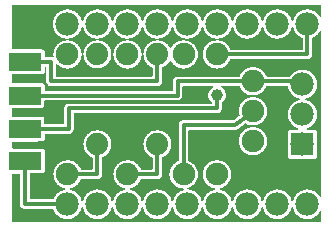
<source format=gbl>
G04 MADE WITH FRITZING*
G04 WWW.FRITZING.ORG*
G04 DOUBLE SIDED*
G04 HOLES PLATED*
G04 CONTOUR ON CENTER OF CONTOUR VECTOR*
%ASAXBY*%
%FSLAX23Y23*%
%MOIN*%
%OFA0B0*%
%SFA1.0B1.0*%
%ADD10C,0.075000*%
%ADD11C,0.078000*%
%ADD12C,0.074000*%
%ADD13C,0.039370*%
%ADD14R,0.111551X0.063726*%
%ADD15R,0.078000X0.078000*%
%ADD16C,0.012000*%
%ADD17C,0.000100*%
%ADD18R,0.001000X0.001000*%
%LNCOPPER0*%
G90*
G70*
G54D10*
X805Y208D03*
G54D11*
X1014Y688D03*
X914Y688D03*
X814Y688D03*
X714Y688D03*
X614Y688D03*
X514Y688D03*
X414Y688D03*
X314Y688D03*
X214Y688D03*
X214Y88D03*
X314Y88D03*
X414Y88D03*
X514Y88D03*
X614Y88D03*
X714Y88D03*
X814Y88D03*
X914Y88D03*
X1014Y88D03*
G54D10*
X833Y297D03*
X833Y397D03*
X833Y497D03*
X415Y187D03*
X415Y587D03*
X215Y587D03*
X215Y187D03*
X713Y587D03*
X713Y187D03*
X602Y587D03*
X602Y187D03*
G54D12*
X514Y287D03*
X514Y587D03*
X314Y287D03*
X314Y587D03*
G54D11*
X998Y287D03*
X998Y387D03*
X998Y487D03*
G54D13*
X713Y451D03*
G54D14*
X72Y338D03*
X72Y232D03*
X72Y450D03*
X72Y562D03*
G54D15*
X998Y287D03*
G54D16*
X73Y88D02*
X73Y205D01*
D02*
X195Y88D02*
X73Y88D01*
D02*
X514Y497D02*
X160Y497D01*
D02*
X160Y497D02*
X160Y562D01*
D02*
X160Y562D02*
X123Y562D01*
D02*
X514Y570D02*
X514Y497D01*
D02*
X1014Y587D02*
X1014Y669D01*
D02*
X730Y587D02*
X1014Y587D01*
D02*
X998Y497D02*
X833Y497D01*
D02*
X833Y497D02*
X833Y497D01*
D02*
X998Y497D02*
X998Y497D01*
D02*
X819Y386D02*
X775Y352D01*
D02*
X775Y352D02*
X602Y352D01*
D02*
X602Y352D02*
X602Y204D01*
D02*
X314Y187D02*
X232Y187D01*
D02*
X314Y270D02*
X314Y187D01*
D02*
X514Y187D02*
X432Y187D01*
D02*
X514Y270D02*
X514Y187D01*
D02*
X815Y497D02*
X582Y497D01*
D02*
X582Y450D02*
X123Y450D01*
D02*
X582Y497D02*
X582Y450D01*
D02*
X713Y443D02*
X713Y407D01*
D02*
X219Y407D02*
X219Y338D01*
D02*
X219Y338D02*
X123Y338D01*
D02*
X713Y407D02*
X219Y407D01*
G54D17*
G36*
X54Y190D02*
X55Y189D01*
X56Y189D01*
X56Y188D01*
X56Y187D01*
X56Y87D01*
X57Y85D01*
X57Y83D01*
X58Y81D01*
X60Y78D01*
X61Y76D01*
X63Y75D01*
X65Y74D01*
X69Y72D01*
X72Y72D01*
X167Y72D01*
X168Y71D01*
X168Y71D01*
X169Y70D01*
X169Y69D01*
X174Y60D01*
X180Y53D01*
X187Y47D01*
X195Y43D01*
X196Y42D01*
X204Y40D01*
X209Y39D01*
X214Y39D01*
X215Y39D01*
X220Y39D01*
X225Y40D01*
X233Y43D01*
X242Y47D01*
X249Y53D01*
X255Y60D01*
X259Y69D01*
X259Y70D01*
X262Y77D01*
X262Y78D01*
X263Y78D01*
X264Y79D01*
X265Y78D01*
X266Y78D01*
X266Y77D01*
X266Y77D01*
X269Y70D01*
X270Y68D01*
X274Y60D01*
X280Y53D01*
X287Y47D01*
X295Y43D01*
X296Y42D01*
X304Y40D01*
X309Y39D01*
X313Y39D01*
X315Y39D01*
X320Y39D01*
X325Y40D01*
X333Y43D01*
X342Y47D01*
X349Y53D01*
X355Y60D01*
X359Y69D01*
X359Y70D01*
X362Y77D01*
X362Y78D01*
X363Y78D01*
X364Y79D01*
X365Y78D01*
X366Y78D01*
X366Y77D01*
X366Y77D01*
X369Y70D01*
X370Y68D01*
X374Y60D01*
X380Y53D01*
X387Y47D01*
X395Y43D01*
X396Y42D01*
X404Y40D01*
X409Y39D01*
X413Y39D01*
X415Y39D01*
X420Y39D01*
X425Y40D01*
X433Y43D01*
X442Y47D01*
X449Y53D01*
X455Y60D01*
X459Y69D01*
X459Y70D01*
X462Y77D01*
X462Y78D01*
X463Y78D01*
X464Y79D01*
X465Y78D01*
X466Y78D01*
X466Y77D01*
X466Y77D01*
X469Y70D01*
X470Y68D01*
X474Y60D01*
X480Y53D01*
X487Y47D01*
X495Y43D01*
X496Y42D01*
X504Y40D01*
X509Y39D01*
X513Y39D01*
X515Y39D01*
X520Y39D01*
X525Y40D01*
X533Y43D01*
X534Y43D01*
X542Y47D01*
X549Y53D01*
X555Y60D01*
X559Y69D01*
X559Y70D01*
X562Y77D01*
X562Y78D01*
X563Y78D01*
X564Y79D01*
X565Y78D01*
X566Y78D01*
X566Y77D01*
X566Y77D01*
X569Y70D01*
X570Y68D01*
X574Y60D01*
X580Y53D01*
X587Y47D01*
X595Y43D01*
X596Y42D01*
X604Y40D01*
X609Y39D01*
X613Y39D01*
X615Y39D01*
X620Y39D01*
X625Y40D01*
X633Y43D01*
X634Y43D01*
X642Y47D01*
X649Y53D01*
X655Y60D01*
X659Y69D01*
X659Y70D01*
X662Y77D01*
X662Y78D01*
X663Y78D01*
X664Y79D01*
X665Y78D01*
X666Y78D01*
X666Y77D01*
X666Y77D01*
X669Y70D01*
X670Y68D01*
X674Y60D01*
X680Y53D01*
X687Y47D01*
X695Y43D01*
X696Y42D01*
X704Y40D01*
X709Y39D01*
X713Y39D01*
X715Y39D01*
X720Y39D01*
X725Y40D01*
X733Y43D01*
X734Y43D01*
X742Y47D01*
X749Y53D01*
X755Y60D01*
X759Y69D01*
X759Y70D01*
X762Y77D01*
X762Y78D01*
X763Y78D01*
X764Y79D01*
X765Y78D01*
X766Y78D01*
X766Y77D01*
X766Y77D01*
X769Y70D01*
X770Y68D01*
X774Y60D01*
X780Y53D01*
X787Y47D01*
X795Y43D01*
X796Y42D01*
X804Y40D01*
X809Y39D01*
X813Y39D01*
X815Y39D01*
X820Y39D01*
X825Y40D01*
X833Y43D01*
X834Y43D01*
X842Y47D01*
X849Y53D01*
X855Y60D01*
X859Y69D01*
X859Y70D01*
X862Y77D01*
X862Y78D01*
X863Y78D01*
X864Y79D01*
X865Y78D01*
X866Y78D01*
X866Y77D01*
X866Y77D01*
X869Y70D01*
X870Y68D01*
X874Y60D01*
X880Y53D01*
X887Y47D01*
X895Y43D01*
X896Y42D01*
X904Y40D01*
X909Y39D01*
X913Y39D01*
X915Y39D01*
X920Y39D01*
X925Y40D01*
X933Y43D01*
X934Y43D01*
X942Y47D01*
X949Y53D01*
X955Y60D01*
X959Y69D01*
X959Y70D01*
X962Y77D01*
X962Y78D01*
X963Y78D01*
X964Y78D01*
X965Y78D01*
X966Y78D01*
X966Y77D01*
X966Y77D01*
X969Y70D01*
X969Y68D01*
X974Y60D01*
X980Y53D01*
X987Y47D01*
X995Y43D01*
X996Y42D01*
X1004Y40D01*
X1009Y39D01*
X1013Y39D01*
X1015Y39D01*
X1019Y39D01*
X1025Y40D01*
X1033Y43D01*
X1042Y47D01*
X1049Y53D01*
X1055Y60D01*
X1057Y64D01*
X1057Y65D01*
X1058Y65D01*
X1059Y65D01*
X1060Y65D01*
X1061Y64D01*
X1061Y63D01*
X1061Y32D01*
X1061Y31D01*
X1060Y30D01*
X1059Y30D01*
X1059Y30D01*
X32Y30D01*
X31Y31D01*
X30Y31D01*
X30Y32D01*
X30Y32D01*
X30Y188D01*
X31Y189D01*
X31Y189D01*
X32Y190D01*
X32Y190D01*
X54Y190D01*
D02*
G37*
D02*
G36*
X54Y190D02*
X55Y189D01*
X56Y189D01*
X56Y188D01*
X56Y187D01*
X56Y87D01*
X57Y85D01*
X57Y83D01*
X58Y81D01*
X60Y78D01*
X61Y76D01*
X63Y75D01*
X65Y74D01*
X69Y72D01*
X72Y72D01*
X167Y72D01*
X168Y71D01*
X168Y71D01*
X169Y70D01*
X169Y69D01*
X174Y60D01*
X180Y53D01*
X187Y47D01*
X195Y43D01*
X196Y42D01*
X204Y40D01*
X209Y39D01*
X214Y39D01*
X215Y39D01*
X220Y39D01*
X225Y40D01*
X233Y43D01*
X242Y47D01*
X249Y53D01*
X255Y60D01*
X259Y69D01*
X259Y70D01*
X262Y77D01*
X262Y78D01*
X263Y78D01*
X264Y79D01*
X265Y78D01*
X266Y78D01*
X266Y77D01*
X266Y77D01*
X269Y70D01*
X270Y68D01*
X274Y60D01*
X280Y53D01*
X287Y47D01*
X295Y43D01*
X296Y42D01*
X304Y40D01*
X309Y39D01*
X313Y39D01*
X315Y39D01*
X320Y39D01*
X325Y40D01*
X333Y43D01*
X342Y47D01*
X349Y53D01*
X355Y60D01*
X359Y69D01*
X359Y70D01*
X362Y77D01*
X362Y78D01*
X363Y78D01*
X364Y79D01*
X365Y78D01*
X366Y78D01*
X366Y77D01*
X366Y77D01*
X369Y70D01*
X370Y68D01*
X374Y60D01*
X380Y53D01*
X387Y47D01*
X395Y43D01*
X396Y42D01*
X404Y40D01*
X409Y39D01*
X413Y39D01*
X415Y39D01*
X420Y39D01*
X425Y40D01*
X433Y43D01*
X442Y47D01*
X449Y53D01*
X455Y60D01*
X459Y69D01*
X459Y70D01*
X462Y77D01*
X462Y78D01*
X463Y78D01*
X464Y79D01*
X465Y78D01*
X466Y78D01*
X466Y77D01*
X466Y77D01*
X469Y70D01*
X470Y68D01*
X474Y60D01*
X480Y53D01*
X487Y47D01*
X495Y43D01*
X496Y42D01*
X504Y40D01*
X509Y39D01*
X513Y39D01*
X515Y39D01*
X520Y39D01*
X525Y40D01*
X533Y43D01*
X534Y43D01*
X542Y47D01*
X549Y53D01*
X555Y60D01*
X559Y69D01*
X559Y70D01*
X562Y77D01*
X562Y78D01*
X563Y78D01*
X564Y79D01*
X565Y78D01*
X566Y78D01*
X566Y77D01*
X566Y77D01*
X569Y70D01*
X570Y68D01*
X574Y60D01*
X580Y53D01*
X587Y47D01*
X595Y43D01*
X596Y42D01*
X604Y40D01*
X609Y39D01*
X613Y39D01*
X615Y39D01*
X620Y39D01*
X625Y40D01*
X633Y43D01*
X634Y43D01*
X642Y47D01*
X649Y53D01*
X655Y60D01*
X659Y69D01*
X659Y70D01*
X662Y77D01*
X662Y78D01*
X663Y78D01*
X664Y79D01*
X665Y78D01*
X666Y78D01*
X666Y77D01*
X666Y77D01*
X669Y70D01*
X670Y68D01*
X674Y60D01*
X680Y53D01*
X687Y47D01*
X695Y43D01*
X696Y42D01*
X704Y40D01*
X709Y39D01*
X713Y39D01*
X715Y39D01*
X720Y39D01*
X725Y40D01*
X733Y43D01*
X734Y43D01*
X742Y47D01*
X749Y53D01*
X755Y60D01*
X759Y69D01*
X759Y70D01*
X762Y77D01*
X762Y78D01*
X763Y78D01*
X764Y79D01*
X765Y78D01*
X766Y78D01*
X766Y77D01*
X766Y77D01*
X769Y70D01*
X770Y68D01*
X774Y60D01*
X780Y53D01*
X787Y47D01*
X795Y43D01*
X796Y42D01*
X804Y40D01*
X809Y39D01*
X813Y39D01*
X815Y39D01*
X820Y39D01*
X825Y40D01*
X833Y43D01*
X834Y43D01*
X842Y47D01*
X849Y53D01*
X855Y60D01*
X859Y69D01*
X859Y70D01*
X862Y77D01*
X862Y78D01*
X863Y78D01*
X864Y79D01*
X865Y78D01*
X866Y78D01*
X866Y77D01*
X866Y77D01*
X869Y70D01*
X870Y68D01*
X874Y60D01*
X880Y53D01*
X887Y47D01*
X895Y43D01*
X896Y42D01*
X904Y40D01*
X909Y39D01*
X913Y39D01*
X915Y39D01*
X920Y39D01*
X925Y40D01*
X933Y43D01*
X934Y43D01*
X942Y47D01*
X949Y53D01*
X955Y60D01*
X959Y69D01*
X959Y70D01*
X962Y77D01*
X962Y78D01*
X963Y78D01*
X964Y78D01*
X965Y78D01*
X966Y78D01*
X966Y77D01*
X966Y77D01*
X969Y70D01*
X969Y68D01*
X974Y60D01*
X980Y53D01*
X987Y47D01*
X995Y43D01*
X996Y42D01*
X1004Y40D01*
X1009Y39D01*
X1013Y39D01*
X1015Y39D01*
X1019Y39D01*
X1025Y40D01*
X1033Y43D01*
X1042Y47D01*
X1049Y53D01*
X1055Y60D01*
X1057Y64D01*
X1057Y65D01*
X1058Y65D01*
X1059Y65D01*
X1060Y65D01*
X1061Y64D01*
X1061Y63D01*
X1061Y32D01*
X1061Y31D01*
X1060Y30D01*
X1059Y30D01*
X1059Y30D01*
X32Y30D01*
X31Y31D01*
X30Y31D01*
X30Y32D01*
X30Y32D01*
X30Y188D01*
X31Y189D01*
X31Y189D01*
X32Y190D01*
X32Y190D01*
X54Y190D01*
D02*
G37*
D02*
G36*
X697Y481D02*
X699Y481D01*
X699Y480D01*
X699Y479D01*
X700Y479D01*
X700Y478D01*
X699Y477D01*
X699Y477D01*
X697Y476D01*
X692Y472D01*
X692Y472D01*
X689Y468D01*
X686Y462D01*
X684Y457D01*
X684Y456D01*
X683Y452D01*
X684Y450D01*
X684Y445D01*
X686Y440D01*
X689Y435D01*
X692Y430D01*
X696Y427D01*
X697Y426D01*
X697Y425D01*
X697Y425D01*
X696Y424D01*
X696Y423D01*
X695Y423D01*
X694Y423D01*
X218Y423D01*
X216Y422D01*
X213Y421D01*
X211Y421D01*
X209Y419D01*
X208Y418D01*
X206Y415D01*
X205Y413D01*
X204Y410D01*
X204Y410D01*
X203Y407D01*
X203Y357D01*
X203Y355D01*
X202Y355D01*
X202Y355D01*
X201Y355D01*
X140Y355D01*
X139Y355D01*
X139Y356D01*
X138Y356D01*
X138Y357D01*
X138Y371D01*
X138Y373D01*
X137Y374D01*
X137Y376D01*
X136Y377D01*
X134Y378D01*
X133Y379D01*
X131Y380D01*
X130Y380D01*
X128Y380D01*
X32Y380D01*
X31Y381D01*
X30Y381D01*
X30Y382D01*
X30Y383D01*
X30Y406D01*
X31Y407D01*
X31Y408D01*
X32Y408D01*
X32Y408D01*
X129Y408D01*
X131Y408D01*
X132Y409D01*
X134Y410D01*
X135Y411D01*
X136Y412D01*
X137Y413D01*
X138Y415D01*
X138Y416D01*
X138Y418D01*
X138Y432D01*
X139Y433D01*
X139Y434D01*
X140Y434D01*
X141Y434D01*
X584Y434D01*
X585Y434D01*
X589Y436D01*
X591Y437D01*
X592Y438D01*
X595Y441D01*
X596Y443D01*
X597Y446D01*
X598Y448D01*
X598Y450D01*
X598Y479D01*
X598Y480D01*
X599Y481D01*
X600Y481D01*
X600Y481D01*
X697Y481D01*
D02*
G37*
D02*
G36*
X697Y481D02*
X699Y481D01*
X699Y480D01*
X699Y479D01*
X700Y479D01*
X700Y478D01*
X699Y477D01*
X699Y477D01*
X697Y476D01*
X692Y472D01*
X692Y472D01*
X689Y468D01*
X686Y462D01*
X684Y457D01*
X684Y456D01*
X683Y452D01*
X684Y450D01*
X684Y445D01*
X686Y440D01*
X689Y435D01*
X692Y430D01*
X696Y427D01*
X697Y426D01*
X697Y425D01*
X697Y425D01*
X696Y424D01*
X696Y423D01*
X695Y423D01*
X694Y423D01*
X218Y423D01*
X216Y422D01*
X213Y421D01*
X211Y421D01*
X209Y419D01*
X208Y418D01*
X206Y415D01*
X205Y413D01*
X204Y410D01*
X204Y410D01*
X203Y407D01*
X203Y357D01*
X203Y355D01*
X202Y355D01*
X202Y355D01*
X201Y355D01*
X140Y355D01*
X139Y355D01*
X139Y356D01*
X138Y356D01*
X138Y357D01*
X138Y371D01*
X138Y373D01*
X137Y374D01*
X137Y376D01*
X136Y377D01*
X134Y378D01*
X133Y379D01*
X131Y380D01*
X130Y380D01*
X128Y380D01*
X32Y380D01*
X31Y381D01*
X30Y381D01*
X30Y382D01*
X30Y383D01*
X30Y406D01*
X31Y407D01*
X31Y408D01*
X32Y408D01*
X32Y408D01*
X129Y408D01*
X131Y408D01*
X132Y409D01*
X134Y410D01*
X135Y411D01*
X136Y412D01*
X137Y413D01*
X138Y415D01*
X138Y416D01*
X138Y418D01*
X138Y432D01*
X139Y433D01*
X139Y434D01*
X140Y434D01*
X141Y434D01*
X584Y434D01*
X585Y434D01*
X589Y436D01*
X591Y437D01*
X592Y438D01*
X595Y441D01*
X596Y443D01*
X597Y446D01*
X598Y448D01*
X598Y450D01*
X598Y479D01*
X598Y480D01*
X599Y481D01*
X600Y481D01*
X600Y481D01*
X697Y481D01*
D02*
G37*
D02*
G54D18*
X32Y750D02*
X1060Y750D01*
X31Y749D02*
X1061Y749D01*
X31Y748D02*
X1061Y748D01*
X31Y747D02*
X1061Y747D01*
X31Y746D02*
X1061Y746D01*
X31Y745D02*
X1061Y745D01*
X31Y744D02*
X1061Y744D01*
X31Y743D02*
X1061Y743D01*
X31Y742D02*
X1061Y742D01*
X31Y741D02*
X1061Y741D01*
X31Y740D02*
X1061Y740D01*
X31Y739D02*
X1061Y739D01*
X31Y738D02*
X1061Y738D01*
X31Y737D02*
X210Y737D01*
X219Y737D02*
X310Y737D01*
X319Y737D02*
X410Y737D01*
X419Y737D02*
X510Y737D01*
X519Y737D02*
X610Y737D01*
X619Y737D02*
X710Y737D01*
X719Y737D02*
X810Y737D01*
X819Y737D02*
X910Y737D01*
X919Y737D02*
X1010Y737D01*
X1019Y737D02*
X1061Y737D01*
X31Y736D02*
X204Y736D01*
X226Y736D02*
X304Y736D01*
X326Y736D02*
X404Y736D01*
X426Y736D02*
X504Y736D01*
X526Y736D02*
X604Y736D01*
X626Y736D02*
X704Y736D01*
X726Y736D02*
X804Y736D01*
X825Y736D02*
X904Y736D01*
X925Y736D02*
X1004Y736D01*
X1025Y736D02*
X1061Y736D01*
X31Y735D02*
X201Y735D01*
X229Y735D02*
X301Y735D01*
X329Y735D02*
X401Y735D01*
X429Y735D02*
X501Y735D01*
X529Y735D02*
X601Y735D01*
X629Y735D02*
X701Y735D01*
X729Y735D02*
X801Y735D01*
X829Y735D02*
X901Y735D01*
X929Y735D02*
X1001Y735D01*
X1029Y735D02*
X1061Y735D01*
X31Y734D02*
X198Y734D01*
X232Y734D02*
X298Y734D01*
X332Y734D02*
X398Y734D01*
X432Y734D02*
X497Y734D01*
X532Y734D02*
X597Y734D01*
X632Y734D02*
X697Y734D01*
X732Y734D02*
X797Y734D01*
X832Y734D02*
X897Y734D01*
X932Y734D02*
X997Y734D01*
X1032Y734D02*
X1061Y734D01*
X31Y733D02*
X195Y733D01*
X235Y733D02*
X295Y733D01*
X335Y733D02*
X395Y733D01*
X435Y733D02*
X495Y733D01*
X535Y733D02*
X595Y733D01*
X635Y733D02*
X695Y733D01*
X735Y733D02*
X795Y733D01*
X835Y733D02*
X895Y733D01*
X935Y733D02*
X995Y733D01*
X1034Y733D02*
X1061Y733D01*
X31Y732D02*
X193Y732D01*
X237Y732D02*
X293Y732D01*
X336Y732D02*
X393Y732D01*
X436Y732D02*
X493Y732D01*
X536Y732D02*
X593Y732D01*
X636Y732D02*
X693Y732D01*
X736Y732D02*
X793Y732D01*
X836Y732D02*
X893Y732D01*
X936Y732D02*
X993Y732D01*
X1036Y732D02*
X1061Y732D01*
X31Y731D02*
X191Y731D01*
X238Y731D02*
X291Y731D01*
X338Y731D02*
X391Y731D01*
X438Y731D02*
X491Y731D01*
X538Y731D02*
X591Y731D01*
X638Y731D02*
X691Y731D01*
X738Y731D02*
X791Y731D01*
X838Y731D02*
X891Y731D01*
X938Y731D02*
X991Y731D01*
X1038Y731D02*
X1061Y731D01*
X31Y730D02*
X189Y730D01*
X240Y730D02*
X289Y730D01*
X340Y730D02*
X389Y730D01*
X440Y730D02*
X489Y730D01*
X540Y730D02*
X589Y730D01*
X640Y730D02*
X689Y730D01*
X740Y730D02*
X789Y730D01*
X840Y730D02*
X889Y730D01*
X940Y730D02*
X989Y730D01*
X1040Y730D02*
X1061Y730D01*
X31Y729D02*
X187Y729D01*
X242Y729D02*
X287Y729D01*
X342Y729D02*
X387Y729D01*
X442Y729D02*
X487Y729D01*
X542Y729D02*
X587Y729D01*
X642Y729D02*
X687Y729D01*
X742Y729D02*
X787Y729D01*
X842Y729D02*
X887Y729D01*
X942Y729D02*
X987Y729D01*
X1042Y729D02*
X1061Y729D01*
X31Y728D02*
X186Y728D01*
X244Y728D02*
X286Y728D01*
X344Y728D02*
X386Y728D01*
X444Y728D02*
X486Y728D01*
X544Y728D02*
X586Y728D01*
X644Y728D02*
X686Y728D01*
X744Y728D02*
X786Y728D01*
X844Y728D02*
X886Y728D01*
X944Y728D02*
X986Y728D01*
X1043Y728D02*
X1061Y728D01*
X31Y727D02*
X185Y727D01*
X245Y727D02*
X285Y727D01*
X345Y727D02*
X385Y727D01*
X445Y727D02*
X485Y727D01*
X545Y727D02*
X585Y727D01*
X645Y727D02*
X685Y727D01*
X745Y727D02*
X785Y727D01*
X845Y727D02*
X885Y727D01*
X945Y727D02*
X984Y727D01*
X1045Y727D02*
X1061Y727D01*
X31Y726D02*
X183Y726D01*
X246Y726D02*
X283Y726D01*
X346Y726D02*
X383Y726D01*
X446Y726D02*
X483Y726D01*
X546Y726D02*
X583Y726D01*
X646Y726D02*
X683Y726D01*
X746Y726D02*
X783Y726D01*
X846Y726D02*
X883Y726D01*
X946Y726D02*
X983Y726D01*
X1046Y726D02*
X1061Y726D01*
X31Y725D02*
X182Y725D01*
X247Y725D02*
X282Y725D01*
X347Y725D02*
X382Y725D01*
X447Y725D02*
X482Y725D01*
X547Y725D02*
X582Y725D01*
X647Y725D02*
X682Y725D01*
X747Y725D02*
X782Y725D01*
X847Y725D02*
X882Y725D01*
X947Y725D02*
X982Y725D01*
X1047Y725D02*
X1061Y725D01*
X31Y724D02*
X181Y724D01*
X249Y724D02*
X281Y724D01*
X349Y724D02*
X381Y724D01*
X449Y724D02*
X481Y724D01*
X549Y724D02*
X581Y724D01*
X649Y724D02*
X681Y724D01*
X749Y724D02*
X781Y724D01*
X849Y724D02*
X881Y724D01*
X949Y724D02*
X981Y724D01*
X1048Y724D02*
X1061Y724D01*
X31Y723D02*
X180Y723D01*
X250Y723D02*
X280Y723D01*
X350Y723D02*
X380Y723D01*
X450Y723D02*
X480Y723D01*
X550Y723D02*
X580Y723D01*
X650Y723D02*
X680Y723D01*
X750Y723D02*
X780Y723D01*
X850Y723D02*
X880Y723D01*
X950Y723D02*
X980Y723D01*
X1050Y723D02*
X1061Y723D01*
X31Y722D02*
X179Y722D01*
X251Y722D02*
X279Y722D01*
X351Y722D02*
X379Y722D01*
X451Y722D02*
X479Y722D01*
X551Y722D02*
X579Y722D01*
X651Y722D02*
X679Y722D01*
X751Y722D02*
X779Y722D01*
X851Y722D02*
X879Y722D01*
X951Y722D02*
X979Y722D01*
X1050Y722D02*
X1061Y722D01*
X31Y721D02*
X178Y721D01*
X251Y721D02*
X278Y721D01*
X351Y721D02*
X378Y721D01*
X451Y721D02*
X478Y721D01*
X551Y721D02*
X578Y721D01*
X651Y721D02*
X678Y721D01*
X751Y721D02*
X778Y721D01*
X851Y721D02*
X878Y721D01*
X951Y721D02*
X978Y721D01*
X1051Y721D02*
X1061Y721D01*
X31Y720D02*
X177Y720D01*
X252Y720D02*
X277Y720D01*
X352Y720D02*
X377Y720D01*
X452Y720D02*
X477Y720D01*
X552Y720D02*
X577Y720D01*
X652Y720D02*
X677Y720D01*
X752Y720D02*
X777Y720D01*
X852Y720D02*
X877Y720D01*
X952Y720D02*
X977Y720D01*
X1052Y720D02*
X1061Y720D01*
X31Y719D02*
X176Y719D01*
X253Y719D02*
X276Y719D01*
X353Y719D02*
X376Y719D01*
X453Y719D02*
X476Y719D01*
X553Y719D02*
X576Y719D01*
X653Y719D02*
X676Y719D01*
X753Y719D02*
X776Y719D01*
X853Y719D02*
X876Y719D01*
X953Y719D02*
X976Y719D01*
X1053Y719D02*
X1061Y719D01*
X31Y718D02*
X176Y718D01*
X254Y718D02*
X276Y718D01*
X354Y718D02*
X376Y718D01*
X454Y718D02*
X476Y718D01*
X554Y718D02*
X576Y718D01*
X654Y718D02*
X676Y718D01*
X754Y718D02*
X776Y718D01*
X854Y718D02*
X876Y718D01*
X954Y718D02*
X975Y718D01*
X1054Y718D02*
X1061Y718D01*
X31Y717D02*
X175Y717D01*
X255Y717D02*
X275Y717D01*
X355Y717D02*
X375Y717D01*
X455Y717D02*
X475Y717D01*
X555Y717D02*
X575Y717D01*
X655Y717D02*
X675Y717D01*
X755Y717D02*
X775Y717D01*
X855Y717D02*
X875Y717D01*
X955Y717D02*
X975Y717D01*
X1055Y717D02*
X1061Y717D01*
X31Y716D02*
X174Y716D01*
X255Y716D02*
X274Y716D01*
X355Y716D02*
X374Y716D01*
X455Y716D02*
X474Y716D01*
X555Y716D02*
X574Y716D01*
X655Y716D02*
X674Y716D01*
X755Y716D02*
X774Y716D01*
X855Y716D02*
X874Y716D01*
X955Y716D02*
X974Y716D01*
X1055Y716D02*
X1061Y716D01*
X31Y715D02*
X173Y715D01*
X256Y715D02*
X273Y715D01*
X356Y715D02*
X373Y715D01*
X456Y715D02*
X473Y715D01*
X556Y715D02*
X573Y715D01*
X656Y715D02*
X673Y715D01*
X756Y715D02*
X773Y715D01*
X856Y715D02*
X873Y715D01*
X956Y715D02*
X973Y715D01*
X1056Y715D02*
X1061Y715D01*
X31Y714D02*
X173Y714D01*
X257Y714D02*
X273Y714D01*
X357Y714D02*
X373Y714D01*
X457Y714D02*
X473Y714D01*
X557Y714D02*
X573Y714D01*
X657Y714D02*
X673Y714D01*
X757Y714D02*
X773Y714D01*
X857Y714D02*
X873Y714D01*
X957Y714D02*
X973Y714D01*
X1056Y714D02*
X1061Y714D01*
X31Y713D02*
X172Y713D01*
X257Y713D02*
X272Y713D01*
X357Y713D02*
X372Y713D01*
X457Y713D02*
X472Y713D01*
X557Y713D02*
X572Y713D01*
X657Y713D02*
X672Y713D01*
X757Y713D02*
X772Y713D01*
X857Y713D02*
X872Y713D01*
X957Y713D02*
X972Y713D01*
X1057Y713D02*
X1061Y713D01*
X31Y712D02*
X172Y712D01*
X258Y712D02*
X272Y712D01*
X358Y712D02*
X372Y712D01*
X458Y712D02*
X472Y712D01*
X558Y712D02*
X572Y712D01*
X658Y712D02*
X672Y712D01*
X758Y712D02*
X772Y712D01*
X858Y712D02*
X872Y712D01*
X958Y712D02*
X972Y712D01*
X1058Y712D02*
X1060Y712D01*
X31Y711D02*
X171Y711D01*
X258Y711D02*
X271Y711D01*
X358Y711D02*
X371Y711D01*
X458Y711D02*
X471Y711D01*
X558Y711D02*
X571Y711D01*
X658Y711D02*
X671Y711D01*
X758Y711D02*
X771Y711D01*
X858Y711D02*
X871Y711D01*
X958Y711D02*
X971Y711D01*
X31Y710D02*
X171Y710D01*
X259Y710D02*
X271Y710D01*
X359Y710D02*
X371Y710D01*
X459Y710D02*
X471Y710D01*
X559Y710D02*
X571Y710D01*
X659Y710D02*
X671Y710D01*
X759Y710D02*
X771Y710D01*
X859Y710D02*
X871Y710D01*
X959Y710D02*
X971Y710D01*
X31Y709D02*
X170Y709D01*
X259Y709D02*
X270Y709D01*
X359Y709D02*
X370Y709D01*
X459Y709D02*
X470Y709D01*
X559Y709D02*
X570Y709D01*
X659Y709D02*
X670Y709D01*
X759Y709D02*
X770Y709D01*
X859Y709D02*
X870Y709D01*
X959Y709D02*
X970Y709D01*
X31Y708D02*
X170Y708D01*
X260Y708D02*
X270Y708D01*
X360Y708D02*
X370Y708D01*
X460Y708D02*
X470Y708D01*
X560Y708D02*
X570Y708D01*
X660Y708D02*
X670Y708D01*
X760Y708D02*
X770Y708D01*
X860Y708D02*
X870Y708D01*
X960Y708D02*
X969Y708D01*
X31Y707D02*
X169Y707D01*
X260Y707D02*
X269Y707D01*
X360Y707D02*
X369Y707D01*
X460Y707D02*
X469Y707D01*
X560Y707D02*
X569Y707D01*
X660Y707D02*
X669Y707D01*
X760Y707D02*
X769Y707D01*
X860Y707D02*
X869Y707D01*
X960Y707D02*
X969Y707D01*
X31Y706D02*
X169Y706D01*
X261Y706D02*
X269Y706D01*
X361Y706D02*
X369Y706D01*
X461Y706D02*
X469Y706D01*
X561Y706D02*
X569Y706D01*
X661Y706D02*
X669Y706D01*
X761Y706D02*
X769Y706D01*
X861Y706D02*
X869Y706D01*
X961Y706D02*
X969Y706D01*
X31Y705D02*
X168Y705D01*
X261Y705D02*
X268Y705D01*
X361Y705D02*
X368Y705D01*
X461Y705D02*
X468Y705D01*
X561Y705D02*
X568Y705D01*
X661Y705D02*
X668Y705D01*
X761Y705D02*
X768Y705D01*
X861Y705D02*
X868Y705D01*
X961Y705D02*
X968Y705D01*
X31Y704D02*
X168Y704D01*
X261Y704D02*
X268Y704D01*
X361Y704D02*
X368Y704D01*
X461Y704D02*
X468Y704D01*
X561Y704D02*
X568Y704D01*
X661Y704D02*
X668Y704D01*
X761Y704D02*
X768Y704D01*
X861Y704D02*
X868Y704D01*
X961Y704D02*
X968Y704D01*
X31Y703D02*
X168Y703D01*
X262Y703D02*
X268Y703D01*
X362Y703D02*
X368Y703D01*
X462Y703D02*
X468Y703D01*
X562Y703D02*
X568Y703D01*
X662Y703D02*
X668Y703D01*
X762Y703D02*
X768Y703D01*
X862Y703D02*
X868Y703D01*
X962Y703D02*
X968Y703D01*
X31Y702D02*
X168Y702D01*
X262Y702D02*
X268Y702D01*
X362Y702D02*
X367Y702D01*
X462Y702D02*
X467Y702D01*
X562Y702D02*
X567Y702D01*
X662Y702D02*
X667Y702D01*
X762Y702D02*
X767Y702D01*
X862Y702D02*
X867Y702D01*
X962Y702D02*
X967Y702D01*
X31Y701D02*
X167Y701D01*
X262Y701D02*
X267Y701D01*
X362Y701D02*
X367Y701D01*
X462Y701D02*
X467Y701D01*
X562Y701D02*
X567Y701D01*
X662Y701D02*
X667Y701D01*
X762Y701D02*
X767Y701D01*
X862Y701D02*
X867Y701D01*
X962Y701D02*
X967Y701D01*
X31Y700D02*
X167Y700D01*
X263Y700D02*
X267Y700D01*
X363Y700D02*
X367Y700D01*
X463Y700D02*
X467Y700D01*
X563Y700D02*
X567Y700D01*
X663Y700D02*
X667Y700D01*
X763Y700D02*
X767Y700D01*
X863Y700D02*
X867Y700D01*
X963Y700D02*
X967Y700D01*
X31Y699D02*
X167Y699D01*
X263Y699D02*
X267Y699D01*
X363Y699D02*
X367Y699D01*
X463Y699D02*
X467Y699D01*
X563Y699D02*
X567Y699D01*
X663Y699D02*
X666Y699D01*
X763Y699D02*
X766Y699D01*
X863Y699D02*
X866Y699D01*
X963Y699D02*
X966Y699D01*
X31Y698D02*
X166Y698D01*
X264Y698D02*
X266Y698D01*
X364Y698D02*
X366Y698D01*
X464Y698D02*
X466Y698D01*
X564Y698D02*
X566Y698D01*
X664Y698D02*
X666Y698D01*
X764Y698D02*
X766Y698D01*
X864Y698D02*
X866Y698D01*
X964Y698D02*
X965Y698D01*
X31Y697D02*
X166Y697D01*
X31Y696D02*
X166Y696D01*
X31Y695D02*
X166Y695D01*
X31Y694D02*
X166Y694D01*
X31Y693D02*
X165Y693D01*
X31Y692D02*
X165Y692D01*
X31Y691D02*
X165Y691D01*
X31Y690D02*
X165Y690D01*
X31Y689D02*
X165Y689D01*
X31Y688D02*
X165Y688D01*
X31Y687D02*
X165Y687D01*
X31Y686D02*
X165Y686D01*
X31Y685D02*
X165Y685D01*
X31Y684D02*
X165Y684D01*
X31Y683D02*
X166Y683D01*
X31Y682D02*
X166Y682D01*
X31Y681D02*
X166Y681D01*
X31Y680D02*
X166Y680D01*
X31Y679D02*
X166Y679D01*
X264Y679D02*
X265Y679D01*
X364Y679D02*
X365Y679D01*
X464Y679D02*
X465Y679D01*
X564Y679D02*
X565Y679D01*
X664Y679D02*
X665Y679D01*
X764Y679D02*
X765Y679D01*
X864Y679D02*
X865Y679D01*
X31Y678D02*
X166Y678D01*
X263Y678D02*
X266Y678D01*
X363Y678D02*
X366Y678D01*
X463Y678D02*
X466Y678D01*
X563Y678D02*
X566Y678D01*
X663Y678D02*
X666Y678D01*
X763Y678D02*
X766Y678D01*
X863Y678D02*
X866Y678D01*
X963Y678D02*
X966Y678D01*
X31Y677D02*
X167Y677D01*
X263Y677D02*
X267Y677D01*
X363Y677D02*
X367Y677D01*
X463Y677D02*
X467Y677D01*
X563Y677D02*
X567Y677D01*
X663Y677D02*
X667Y677D01*
X763Y677D02*
X767Y677D01*
X863Y677D02*
X867Y677D01*
X963Y677D02*
X967Y677D01*
X31Y676D02*
X167Y676D01*
X262Y676D02*
X267Y676D01*
X362Y676D02*
X367Y676D01*
X462Y676D02*
X467Y676D01*
X562Y676D02*
X567Y676D01*
X662Y676D02*
X667Y676D01*
X762Y676D02*
X767Y676D01*
X862Y676D02*
X867Y676D01*
X962Y676D02*
X967Y676D01*
X31Y675D02*
X167Y675D01*
X262Y675D02*
X267Y675D01*
X362Y675D02*
X367Y675D01*
X462Y675D02*
X467Y675D01*
X562Y675D02*
X567Y675D01*
X662Y675D02*
X667Y675D01*
X762Y675D02*
X767Y675D01*
X862Y675D02*
X867Y675D01*
X962Y675D02*
X967Y675D01*
X31Y674D02*
X168Y674D01*
X262Y674D02*
X268Y674D01*
X362Y674D02*
X368Y674D01*
X462Y674D02*
X468Y674D01*
X562Y674D02*
X568Y674D01*
X662Y674D02*
X668Y674D01*
X762Y674D02*
X768Y674D01*
X862Y674D02*
X868Y674D01*
X962Y674D02*
X968Y674D01*
X31Y673D02*
X168Y673D01*
X261Y673D02*
X268Y673D01*
X361Y673D02*
X368Y673D01*
X461Y673D02*
X468Y673D01*
X561Y673D02*
X568Y673D01*
X661Y673D02*
X668Y673D01*
X761Y673D02*
X768Y673D01*
X861Y673D02*
X868Y673D01*
X961Y673D02*
X968Y673D01*
X31Y672D02*
X168Y672D01*
X261Y672D02*
X268Y672D01*
X361Y672D02*
X368Y672D01*
X461Y672D02*
X468Y672D01*
X561Y672D02*
X568Y672D01*
X661Y672D02*
X668Y672D01*
X761Y672D02*
X768Y672D01*
X861Y672D02*
X868Y672D01*
X961Y672D02*
X968Y672D01*
X31Y671D02*
X169Y671D01*
X261Y671D02*
X269Y671D01*
X361Y671D02*
X369Y671D01*
X461Y671D02*
X469Y671D01*
X561Y671D02*
X569Y671D01*
X661Y671D02*
X669Y671D01*
X761Y671D02*
X769Y671D01*
X861Y671D02*
X869Y671D01*
X961Y671D02*
X969Y671D01*
X31Y670D02*
X169Y670D01*
X260Y670D02*
X269Y670D01*
X360Y670D02*
X369Y670D01*
X460Y670D02*
X469Y670D01*
X560Y670D02*
X569Y670D01*
X660Y670D02*
X669Y670D01*
X760Y670D02*
X769Y670D01*
X860Y670D02*
X869Y670D01*
X960Y670D02*
X969Y670D01*
X31Y669D02*
X169Y669D01*
X260Y669D02*
X269Y669D01*
X360Y669D02*
X369Y669D01*
X460Y669D02*
X469Y669D01*
X560Y669D02*
X569Y669D01*
X660Y669D02*
X669Y669D01*
X760Y669D02*
X769Y669D01*
X860Y669D02*
X869Y669D01*
X960Y669D02*
X969Y669D01*
X31Y668D02*
X170Y668D01*
X259Y668D02*
X270Y668D01*
X359Y668D02*
X370Y668D01*
X459Y668D02*
X470Y668D01*
X559Y668D02*
X570Y668D01*
X659Y668D02*
X670Y668D01*
X759Y668D02*
X770Y668D01*
X859Y668D02*
X870Y668D01*
X959Y668D02*
X970Y668D01*
X31Y667D02*
X170Y667D01*
X259Y667D02*
X270Y667D01*
X359Y667D02*
X370Y667D01*
X459Y667D02*
X470Y667D01*
X559Y667D02*
X570Y667D01*
X659Y667D02*
X670Y667D01*
X759Y667D02*
X770Y667D01*
X859Y667D02*
X870Y667D01*
X959Y667D02*
X970Y667D01*
X31Y666D02*
X171Y666D01*
X258Y666D02*
X271Y666D01*
X358Y666D02*
X371Y666D01*
X458Y666D02*
X471Y666D01*
X558Y666D02*
X571Y666D01*
X658Y666D02*
X671Y666D01*
X758Y666D02*
X771Y666D01*
X858Y666D02*
X871Y666D01*
X958Y666D02*
X971Y666D01*
X31Y665D02*
X171Y665D01*
X258Y665D02*
X271Y665D01*
X358Y665D02*
X371Y665D01*
X458Y665D02*
X471Y665D01*
X558Y665D02*
X571Y665D01*
X658Y665D02*
X671Y665D01*
X758Y665D02*
X771Y665D01*
X858Y665D02*
X871Y665D01*
X958Y665D02*
X971Y665D01*
X1058Y665D02*
X1060Y665D01*
X31Y664D02*
X172Y664D01*
X257Y664D02*
X272Y664D01*
X357Y664D02*
X372Y664D01*
X457Y664D02*
X472Y664D01*
X557Y664D02*
X572Y664D01*
X657Y664D02*
X672Y664D01*
X757Y664D02*
X772Y664D01*
X857Y664D02*
X872Y664D01*
X957Y664D02*
X972Y664D01*
X1057Y664D02*
X1061Y664D01*
X31Y663D02*
X173Y663D01*
X257Y663D02*
X273Y663D01*
X357Y663D02*
X373Y663D01*
X457Y663D02*
X473Y663D01*
X557Y663D02*
X573Y663D01*
X657Y663D02*
X673Y663D01*
X757Y663D02*
X773Y663D01*
X857Y663D02*
X873Y663D01*
X957Y663D02*
X972Y663D01*
X1057Y663D02*
X1061Y663D01*
X31Y662D02*
X173Y662D01*
X256Y662D02*
X273Y662D01*
X356Y662D02*
X373Y662D01*
X456Y662D02*
X473Y662D01*
X556Y662D02*
X573Y662D01*
X656Y662D02*
X673Y662D01*
X756Y662D02*
X773Y662D01*
X856Y662D02*
X873Y662D01*
X956Y662D02*
X973Y662D01*
X1056Y662D02*
X1061Y662D01*
X31Y661D02*
X174Y661D01*
X256Y661D02*
X274Y661D01*
X356Y661D02*
X374Y661D01*
X456Y661D02*
X474Y661D01*
X556Y661D02*
X574Y661D01*
X656Y661D02*
X674Y661D01*
X756Y661D02*
X774Y661D01*
X856Y661D02*
X874Y661D01*
X956Y661D02*
X974Y661D01*
X1056Y661D02*
X1061Y661D01*
X31Y660D02*
X174Y660D01*
X255Y660D02*
X274Y660D01*
X355Y660D02*
X374Y660D01*
X455Y660D02*
X474Y660D01*
X555Y660D02*
X574Y660D01*
X655Y660D02*
X674Y660D01*
X755Y660D02*
X774Y660D01*
X855Y660D02*
X874Y660D01*
X955Y660D02*
X974Y660D01*
X1055Y660D02*
X1061Y660D01*
X31Y659D02*
X175Y659D01*
X254Y659D02*
X275Y659D01*
X354Y659D02*
X375Y659D01*
X454Y659D02*
X475Y659D01*
X554Y659D02*
X575Y659D01*
X654Y659D02*
X675Y659D01*
X754Y659D02*
X775Y659D01*
X854Y659D02*
X875Y659D01*
X954Y659D02*
X975Y659D01*
X1054Y659D02*
X1061Y659D01*
X31Y658D02*
X176Y658D01*
X253Y658D02*
X276Y658D01*
X353Y658D02*
X376Y658D01*
X453Y658D02*
X476Y658D01*
X553Y658D02*
X576Y658D01*
X653Y658D02*
X676Y658D01*
X753Y658D02*
X776Y658D01*
X853Y658D02*
X876Y658D01*
X953Y658D02*
X976Y658D01*
X1053Y658D02*
X1061Y658D01*
X31Y657D02*
X177Y657D01*
X253Y657D02*
X277Y657D01*
X353Y657D02*
X377Y657D01*
X453Y657D02*
X477Y657D01*
X553Y657D02*
X577Y657D01*
X653Y657D02*
X677Y657D01*
X753Y657D02*
X777Y657D01*
X853Y657D02*
X877Y657D01*
X953Y657D02*
X977Y657D01*
X1052Y657D02*
X1061Y657D01*
X31Y656D02*
X178Y656D01*
X252Y656D02*
X278Y656D01*
X352Y656D02*
X378Y656D01*
X452Y656D02*
X478Y656D01*
X552Y656D02*
X578Y656D01*
X652Y656D02*
X678Y656D01*
X752Y656D02*
X778Y656D01*
X852Y656D02*
X878Y656D01*
X952Y656D02*
X977Y656D01*
X1052Y656D02*
X1061Y656D01*
X31Y655D02*
X178Y655D01*
X251Y655D02*
X278Y655D01*
X351Y655D02*
X378Y655D01*
X451Y655D02*
X478Y655D01*
X551Y655D02*
X578Y655D01*
X651Y655D02*
X678Y655D01*
X751Y655D02*
X778Y655D01*
X851Y655D02*
X878Y655D01*
X951Y655D02*
X978Y655D01*
X1051Y655D02*
X1061Y655D01*
X31Y654D02*
X179Y654D01*
X250Y654D02*
X279Y654D01*
X350Y654D02*
X379Y654D01*
X450Y654D02*
X479Y654D01*
X550Y654D02*
X579Y654D01*
X650Y654D02*
X679Y654D01*
X750Y654D02*
X779Y654D01*
X850Y654D02*
X879Y654D01*
X950Y654D02*
X979Y654D01*
X1050Y654D02*
X1061Y654D01*
X31Y653D02*
X180Y653D01*
X249Y653D02*
X280Y653D01*
X349Y653D02*
X380Y653D01*
X449Y653D02*
X480Y653D01*
X549Y653D02*
X580Y653D01*
X649Y653D02*
X680Y653D01*
X749Y653D02*
X780Y653D01*
X849Y653D02*
X880Y653D01*
X949Y653D02*
X980Y653D01*
X1049Y653D02*
X1061Y653D01*
X31Y652D02*
X182Y652D01*
X248Y652D02*
X282Y652D01*
X348Y652D02*
X382Y652D01*
X448Y652D02*
X482Y652D01*
X548Y652D02*
X582Y652D01*
X648Y652D02*
X682Y652D01*
X748Y652D02*
X782Y652D01*
X848Y652D02*
X882Y652D01*
X948Y652D02*
X981Y652D01*
X1048Y652D02*
X1061Y652D01*
X31Y651D02*
X183Y651D01*
X247Y651D02*
X283Y651D01*
X347Y651D02*
X383Y651D01*
X447Y651D02*
X483Y651D01*
X547Y651D02*
X583Y651D01*
X647Y651D02*
X683Y651D01*
X747Y651D02*
X783Y651D01*
X847Y651D02*
X883Y651D01*
X947Y651D02*
X983Y651D01*
X1046Y651D02*
X1061Y651D01*
X31Y650D02*
X184Y650D01*
X245Y650D02*
X284Y650D01*
X345Y650D02*
X384Y650D01*
X445Y650D02*
X484Y650D01*
X545Y650D02*
X584Y650D01*
X645Y650D02*
X684Y650D01*
X745Y650D02*
X784Y650D01*
X845Y650D02*
X884Y650D01*
X945Y650D02*
X984Y650D01*
X1045Y650D02*
X1061Y650D01*
X31Y649D02*
X185Y649D01*
X244Y649D02*
X285Y649D01*
X344Y649D02*
X385Y649D01*
X444Y649D02*
X485Y649D01*
X544Y649D02*
X585Y649D01*
X644Y649D02*
X685Y649D01*
X744Y649D02*
X785Y649D01*
X844Y649D02*
X885Y649D01*
X944Y649D02*
X985Y649D01*
X1044Y649D02*
X1061Y649D01*
X31Y648D02*
X187Y648D01*
X243Y648D02*
X287Y648D01*
X343Y648D02*
X387Y648D01*
X443Y648D02*
X487Y648D01*
X543Y648D02*
X587Y648D01*
X643Y648D02*
X687Y648D01*
X743Y648D02*
X787Y648D01*
X843Y648D02*
X887Y648D01*
X943Y648D02*
X986Y648D01*
X1043Y648D02*
X1061Y648D01*
X31Y647D02*
X188Y647D01*
X241Y647D02*
X288Y647D01*
X341Y647D02*
X388Y647D01*
X441Y647D02*
X488Y647D01*
X541Y647D02*
X588Y647D01*
X641Y647D02*
X688Y647D01*
X741Y647D02*
X788Y647D01*
X841Y647D02*
X888Y647D01*
X941Y647D02*
X988Y647D01*
X1041Y647D02*
X1061Y647D01*
X31Y646D02*
X190Y646D01*
X239Y646D02*
X290Y646D01*
X339Y646D02*
X390Y646D01*
X439Y646D02*
X490Y646D01*
X539Y646D02*
X590Y646D01*
X639Y646D02*
X690Y646D01*
X739Y646D02*
X790Y646D01*
X839Y646D02*
X890Y646D01*
X939Y646D02*
X990Y646D01*
X1039Y646D02*
X1061Y646D01*
X31Y645D02*
X192Y645D01*
X237Y645D02*
X292Y645D01*
X337Y645D02*
X392Y645D01*
X437Y645D02*
X492Y645D01*
X537Y645D02*
X592Y645D01*
X637Y645D02*
X692Y645D01*
X737Y645D02*
X792Y645D01*
X837Y645D02*
X892Y645D01*
X937Y645D02*
X992Y645D01*
X1037Y645D02*
X1061Y645D01*
X31Y644D02*
X194Y644D01*
X235Y644D02*
X294Y644D01*
X335Y644D02*
X394Y644D01*
X435Y644D02*
X494Y644D01*
X535Y644D02*
X594Y644D01*
X635Y644D02*
X694Y644D01*
X735Y644D02*
X794Y644D01*
X835Y644D02*
X894Y644D01*
X935Y644D02*
X994Y644D01*
X1035Y644D02*
X1061Y644D01*
X31Y643D02*
X196Y643D01*
X233Y643D02*
X296Y643D01*
X333Y643D02*
X396Y643D01*
X433Y643D02*
X496Y643D01*
X533Y643D02*
X596Y643D01*
X633Y643D02*
X696Y643D01*
X733Y643D02*
X796Y643D01*
X833Y643D02*
X896Y643D01*
X933Y643D02*
X996Y643D01*
X1033Y643D02*
X1061Y643D01*
X31Y642D02*
X199Y642D01*
X230Y642D02*
X299Y642D01*
X330Y642D02*
X399Y642D01*
X430Y642D02*
X499Y642D01*
X530Y642D02*
X599Y642D01*
X630Y642D02*
X699Y642D01*
X730Y642D02*
X799Y642D01*
X830Y642D02*
X899Y642D01*
X930Y642D02*
X998Y642D01*
X1032Y642D02*
X1061Y642D01*
X31Y641D02*
X203Y641D01*
X227Y641D02*
X303Y641D01*
X327Y641D02*
X403Y641D01*
X427Y641D02*
X503Y641D01*
X527Y641D02*
X603Y641D01*
X627Y641D02*
X703Y641D01*
X727Y641D02*
X803Y641D01*
X827Y641D02*
X903Y641D01*
X927Y641D02*
X998Y641D01*
X1031Y641D02*
X1061Y641D01*
X31Y640D02*
X207Y640D01*
X222Y640D02*
X307Y640D01*
X322Y640D02*
X407Y640D01*
X422Y640D02*
X507Y640D01*
X522Y640D02*
X607Y640D01*
X622Y640D02*
X707Y640D01*
X722Y640D02*
X807Y640D01*
X822Y640D02*
X907Y640D01*
X922Y640D02*
X998Y640D01*
X1031Y640D02*
X1061Y640D01*
X31Y639D02*
X998Y639D01*
X1031Y639D02*
X1061Y639D01*
X31Y638D02*
X998Y638D01*
X1031Y638D02*
X1061Y638D01*
X31Y637D02*
X998Y637D01*
X1031Y637D02*
X1061Y637D01*
X31Y636D02*
X998Y636D01*
X1031Y636D02*
X1061Y636D01*
X31Y635D02*
X998Y635D01*
X1031Y635D02*
X1061Y635D01*
X31Y634D02*
X210Y634D01*
X221Y634D02*
X309Y634D01*
X320Y634D02*
X410Y634D01*
X421Y634D02*
X509Y634D01*
X520Y634D02*
X597Y634D01*
X607Y634D02*
X708Y634D01*
X719Y634D02*
X998Y634D01*
X1031Y634D02*
X1061Y634D01*
X31Y633D02*
X204Y633D01*
X227Y633D02*
X303Y633D01*
X326Y633D02*
X404Y633D01*
X427Y633D02*
X503Y633D01*
X526Y633D02*
X590Y633D01*
X613Y633D02*
X702Y633D01*
X725Y633D02*
X998Y633D01*
X1031Y633D02*
X1061Y633D01*
X31Y632D02*
X201Y632D01*
X230Y632D02*
X300Y632D01*
X329Y632D02*
X401Y632D01*
X430Y632D02*
X500Y632D01*
X529Y632D02*
X587Y632D01*
X616Y632D02*
X699Y632D01*
X728Y632D02*
X998Y632D01*
X1031Y632D02*
X1061Y632D01*
X31Y631D02*
X198Y631D01*
X233Y631D02*
X297Y631D01*
X332Y631D02*
X398Y631D01*
X433Y631D02*
X497Y631D01*
X532Y631D02*
X584Y631D01*
X620Y631D02*
X696Y631D01*
X731Y631D02*
X998Y631D01*
X1031Y631D02*
X1061Y631D01*
X31Y630D02*
X195Y630D01*
X235Y630D02*
X295Y630D01*
X335Y630D02*
X395Y630D01*
X435Y630D02*
X495Y630D01*
X535Y630D02*
X582Y630D01*
X622Y630D02*
X693Y630D01*
X733Y630D02*
X998Y630D01*
X1031Y630D02*
X1061Y630D01*
X31Y629D02*
X193Y629D01*
X237Y629D02*
X293Y629D01*
X337Y629D02*
X393Y629D01*
X437Y629D02*
X493Y629D01*
X536Y629D02*
X580Y629D01*
X624Y629D02*
X691Y629D01*
X735Y629D02*
X998Y629D01*
X1031Y629D02*
X1061Y629D01*
X31Y628D02*
X191Y628D01*
X239Y628D02*
X291Y628D01*
X338Y628D02*
X391Y628D01*
X439Y628D02*
X491Y628D01*
X538Y628D02*
X578Y628D01*
X626Y628D02*
X689Y628D01*
X737Y628D02*
X998Y628D01*
X1031Y628D02*
X1061Y628D01*
X31Y627D02*
X189Y627D01*
X241Y627D02*
X289Y627D01*
X340Y627D02*
X389Y627D01*
X441Y627D02*
X489Y627D01*
X540Y627D02*
X576Y627D01*
X628Y627D02*
X687Y627D01*
X739Y627D02*
X998Y627D01*
X1031Y627D02*
X1061Y627D01*
X31Y626D02*
X188Y626D01*
X243Y626D02*
X288Y626D01*
X342Y626D02*
X388Y626D01*
X443Y626D02*
X487Y626D01*
X542Y626D02*
X575Y626D01*
X629Y626D02*
X686Y626D01*
X741Y626D02*
X998Y626D01*
X1031Y626D02*
X1061Y626D01*
X31Y625D02*
X187Y625D01*
X244Y625D02*
X286Y625D01*
X343Y625D02*
X387Y625D01*
X444Y625D02*
X486Y625D01*
X543Y625D02*
X573Y625D01*
X631Y625D02*
X684Y625D01*
X742Y625D02*
X998Y625D01*
X1031Y625D02*
X1061Y625D01*
X31Y624D02*
X185Y624D01*
X245Y624D02*
X285Y624D01*
X344Y624D02*
X385Y624D01*
X445Y624D02*
X485Y624D01*
X544Y624D02*
X572Y624D01*
X632Y624D02*
X683Y624D01*
X743Y624D02*
X998Y624D01*
X1031Y624D02*
X1061Y624D01*
X31Y623D02*
X184Y623D01*
X246Y623D02*
X284Y623D01*
X346Y623D02*
X384Y623D01*
X446Y623D02*
X484Y623D01*
X546Y623D02*
X571Y623D01*
X633Y623D02*
X682Y623D01*
X744Y623D02*
X998Y623D01*
X1031Y623D02*
X1061Y623D01*
X31Y622D02*
X183Y622D01*
X248Y622D02*
X283Y622D01*
X347Y622D02*
X383Y622D01*
X448Y622D02*
X483Y622D01*
X547Y622D02*
X570Y622D01*
X634Y622D02*
X681Y622D01*
X746Y622D02*
X998Y622D01*
X1031Y622D02*
X1061Y622D01*
X31Y621D02*
X182Y621D01*
X249Y621D02*
X281Y621D01*
X348Y621D02*
X382Y621D01*
X449Y621D02*
X481Y621D01*
X548Y621D02*
X568Y621D01*
X636Y621D02*
X680Y621D01*
X747Y621D02*
X998Y621D01*
X1031Y621D02*
X1061Y621D01*
X31Y620D02*
X181Y620D01*
X250Y620D02*
X280Y620D01*
X349Y620D02*
X381Y620D01*
X450Y620D02*
X480Y620D01*
X549Y620D02*
X567Y620D01*
X637Y620D02*
X679Y620D01*
X748Y620D02*
X998Y620D01*
X1031Y620D02*
X1061Y620D01*
X31Y619D02*
X180Y619D01*
X251Y619D02*
X279Y619D01*
X350Y619D02*
X380Y619D01*
X451Y619D02*
X479Y619D01*
X550Y619D02*
X566Y619D01*
X637Y619D02*
X678Y619D01*
X749Y619D02*
X998Y619D01*
X1031Y619D02*
X1061Y619D01*
X31Y618D02*
X179Y618D01*
X251Y618D02*
X279Y618D01*
X351Y618D02*
X379Y618D01*
X451Y618D02*
X479Y618D01*
X551Y618D02*
X566Y618D01*
X638Y618D02*
X677Y618D01*
X749Y618D02*
X998Y618D01*
X1031Y618D02*
X1061Y618D01*
X31Y617D02*
X178Y617D01*
X252Y617D02*
X278Y617D01*
X351Y617D02*
X378Y617D01*
X452Y617D02*
X478Y617D01*
X551Y617D02*
X565Y617D01*
X639Y617D02*
X676Y617D01*
X750Y617D02*
X998Y617D01*
X1031Y617D02*
X1061Y617D01*
X31Y616D02*
X177Y616D01*
X253Y616D02*
X277Y616D01*
X352Y616D02*
X377Y616D01*
X453Y616D02*
X477Y616D01*
X552Y616D02*
X564Y616D01*
X640Y616D02*
X675Y616D01*
X751Y616D02*
X998Y616D01*
X1031Y616D02*
X1061Y616D01*
X31Y615D02*
X177Y615D01*
X254Y615D02*
X276Y615D01*
X353Y615D02*
X377Y615D01*
X454Y615D02*
X476Y615D01*
X553Y615D02*
X563Y615D01*
X641Y615D02*
X675Y615D01*
X752Y615D02*
X998Y615D01*
X1031Y615D02*
X1061Y615D01*
X31Y614D02*
X176Y614D01*
X255Y614D02*
X276Y614D01*
X354Y614D02*
X376Y614D01*
X455Y614D02*
X476Y614D01*
X554Y614D02*
X563Y614D01*
X641Y614D02*
X674Y614D01*
X753Y614D02*
X998Y614D01*
X1031Y614D02*
X1061Y614D01*
X31Y613D02*
X175Y613D01*
X255Y613D02*
X275Y613D01*
X354Y613D02*
X375Y613D01*
X455Y613D02*
X475Y613D01*
X554Y613D02*
X562Y613D01*
X642Y613D02*
X673Y613D01*
X753Y613D02*
X998Y613D01*
X1031Y613D02*
X1061Y613D01*
X31Y612D02*
X175Y612D01*
X256Y612D02*
X274Y612D01*
X355Y612D02*
X375Y612D01*
X456Y612D02*
X474Y612D01*
X555Y612D02*
X561Y612D01*
X643Y612D02*
X673Y612D01*
X754Y612D02*
X998Y612D01*
X1031Y612D02*
X1061Y612D01*
X31Y611D02*
X174Y611D01*
X256Y611D02*
X274Y611D01*
X356Y611D02*
X374Y611D01*
X456Y611D02*
X474Y611D01*
X556Y611D02*
X561Y611D01*
X643Y611D02*
X672Y611D01*
X754Y611D02*
X998Y611D01*
X1031Y611D02*
X1061Y611D01*
X31Y610D02*
X173Y610D01*
X257Y610D02*
X273Y610D01*
X356Y610D02*
X373Y610D01*
X457Y610D02*
X473Y610D01*
X556Y610D02*
X560Y610D01*
X644Y610D02*
X671Y610D01*
X755Y610D02*
X998Y610D01*
X1031Y610D02*
X1061Y610D01*
X31Y609D02*
X173Y609D01*
X257Y609D02*
X273Y609D01*
X357Y609D02*
X373Y609D01*
X457Y609D02*
X473Y609D01*
X557Y609D02*
X560Y609D01*
X644Y609D02*
X671Y609D01*
X755Y609D02*
X998Y609D01*
X1031Y609D02*
X1061Y609D01*
X31Y608D02*
X172Y608D01*
X258Y608D02*
X272Y608D01*
X357Y608D02*
X372Y608D01*
X458Y608D02*
X472Y608D01*
X558Y608D02*
X558Y608D01*
X645Y608D02*
X670Y608D01*
X756Y608D02*
X998Y608D01*
X1031Y608D02*
X1061Y608D01*
X31Y607D02*
X172Y607D01*
X258Y607D02*
X272Y607D01*
X358Y607D02*
X372Y607D01*
X458Y607D02*
X472Y607D01*
X645Y607D02*
X670Y607D01*
X756Y607D02*
X998Y607D01*
X1031Y607D02*
X1061Y607D01*
X31Y606D02*
X171Y606D01*
X259Y606D02*
X271Y606D01*
X358Y606D02*
X371Y606D01*
X459Y606D02*
X471Y606D01*
X646Y606D02*
X669Y606D01*
X757Y606D02*
X998Y606D01*
X1031Y606D02*
X1061Y606D01*
X32Y605D02*
X171Y605D01*
X259Y605D02*
X271Y605D01*
X359Y605D02*
X371Y605D01*
X459Y605D02*
X471Y605D01*
X646Y605D02*
X669Y605D01*
X757Y605D02*
X998Y605D01*
X1031Y605D02*
X1061Y605D01*
X131Y604D02*
X171Y604D01*
X260Y604D02*
X271Y604D01*
X359Y604D02*
X371Y604D01*
X460Y604D02*
X470Y604D01*
X646Y604D02*
X669Y604D01*
X758Y604D02*
X998Y604D01*
X1031Y604D02*
X1061Y604D01*
X134Y603D02*
X170Y603D01*
X260Y603D02*
X270Y603D01*
X359Y603D02*
X370Y603D01*
X460Y603D02*
X470Y603D01*
X647Y603D02*
X668Y603D01*
X1031Y603D02*
X1061Y603D01*
X135Y602D02*
X170Y602D01*
X260Y602D02*
X270Y602D01*
X360Y602D02*
X370Y602D01*
X460Y602D02*
X470Y602D01*
X647Y602D02*
X668Y602D01*
X1031Y602D02*
X1061Y602D01*
X137Y601D02*
X170Y601D01*
X261Y601D02*
X270Y601D01*
X360Y601D02*
X370Y601D01*
X461Y601D02*
X470Y601D01*
X647Y601D02*
X668Y601D01*
X1031Y601D02*
X1061Y601D01*
X137Y600D02*
X169Y600D01*
X261Y600D02*
X269Y600D01*
X360Y600D02*
X369Y600D01*
X461Y600D02*
X469Y600D01*
X648Y600D02*
X667Y600D01*
X1031Y600D02*
X1061Y600D01*
X138Y599D02*
X169Y599D01*
X261Y599D02*
X269Y599D01*
X360Y599D02*
X369Y599D01*
X461Y599D02*
X469Y599D01*
X648Y599D02*
X667Y599D01*
X1031Y599D02*
X1061Y599D01*
X138Y598D02*
X169Y598D01*
X262Y598D02*
X269Y598D01*
X361Y598D02*
X369Y598D01*
X462Y598D02*
X469Y598D01*
X648Y598D02*
X667Y598D01*
X1031Y598D02*
X1061Y598D01*
X139Y597D02*
X168Y597D01*
X262Y597D02*
X268Y597D01*
X361Y597D02*
X368Y597D01*
X462Y597D02*
X468Y597D01*
X649Y597D02*
X666Y597D01*
X1031Y597D02*
X1061Y597D01*
X139Y596D02*
X168Y596D01*
X262Y596D02*
X268Y596D01*
X361Y596D02*
X368Y596D01*
X462Y596D02*
X468Y596D01*
X649Y596D02*
X666Y596D01*
X1031Y596D02*
X1061Y596D01*
X139Y595D02*
X168Y595D01*
X262Y595D02*
X268Y595D01*
X361Y595D02*
X368Y595D01*
X462Y595D02*
X468Y595D01*
X649Y595D02*
X666Y595D01*
X1031Y595D02*
X1061Y595D01*
X139Y594D02*
X168Y594D01*
X262Y594D02*
X268Y594D01*
X361Y594D02*
X368Y594D01*
X462Y594D02*
X468Y594D01*
X649Y594D02*
X666Y594D01*
X1031Y594D02*
X1061Y594D01*
X139Y593D02*
X168Y593D01*
X263Y593D02*
X268Y593D01*
X362Y593D02*
X368Y593D01*
X463Y593D02*
X468Y593D01*
X649Y593D02*
X666Y593D01*
X1031Y593D02*
X1061Y593D01*
X139Y592D02*
X168Y592D01*
X263Y592D02*
X268Y592D01*
X362Y592D02*
X368Y592D01*
X463Y592D02*
X468Y592D01*
X649Y592D02*
X666Y592D01*
X1031Y592D02*
X1061Y592D01*
X139Y591D02*
X168Y591D01*
X263Y591D02*
X268Y591D01*
X362Y591D02*
X368Y591D01*
X463Y591D02*
X468Y591D01*
X650Y591D02*
X666Y591D01*
X1031Y591D02*
X1061Y591D01*
X139Y590D02*
X167Y590D01*
X263Y590D02*
X267Y590D01*
X362Y590D02*
X367Y590D01*
X463Y590D02*
X467Y590D01*
X650Y590D02*
X665Y590D01*
X1031Y590D02*
X1061Y590D01*
X139Y589D02*
X167Y589D01*
X263Y589D02*
X267Y589D01*
X362Y589D02*
X367Y589D01*
X463Y589D02*
X467Y589D01*
X650Y589D02*
X665Y589D01*
X1031Y589D02*
X1061Y589D01*
X139Y588D02*
X167Y588D01*
X263Y588D02*
X267Y588D01*
X362Y588D02*
X367Y588D01*
X463Y588D02*
X467Y588D01*
X650Y588D02*
X665Y588D01*
X1031Y588D02*
X1061Y588D01*
X139Y587D02*
X167Y587D01*
X263Y587D02*
X267Y587D01*
X362Y587D02*
X367Y587D01*
X463Y587D02*
X467Y587D01*
X650Y587D02*
X665Y587D01*
X1031Y587D02*
X1061Y587D01*
X139Y586D02*
X167Y586D01*
X263Y586D02*
X267Y586D01*
X362Y586D02*
X367Y586D01*
X463Y586D02*
X467Y586D01*
X650Y586D02*
X665Y586D01*
X1031Y586D02*
X1061Y586D01*
X139Y585D02*
X167Y585D01*
X263Y585D02*
X267Y585D01*
X362Y585D02*
X367Y585D01*
X463Y585D02*
X467Y585D01*
X650Y585D02*
X665Y585D01*
X1031Y585D02*
X1061Y585D01*
X139Y584D02*
X167Y584D01*
X263Y584D02*
X268Y584D01*
X362Y584D02*
X367Y584D01*
X463Y584D02*
X468Y584D01*
X650Y584D02*
X665Y584D01*
X1031Y584D02*
X1061Y584D01*
X139Y583D02*
X168Y583D01*
X263Y583D02*
X268Y583D01*
X362Y583D02*
X368Y583D01*
X463Y583D02*
X468Y583D01*
X650Y583D02*
X666Y583D01*
X1030Y583D02*
X1061Y583D01*
X139Y582D02*
X168Y582D01*
X263Y582D02*
X268Y582D01*
X362Y582D02*
X368Y582D01*
X463Y582D02*
X468Y582D01*
X649Y582D02*
X666Y582D01*
X1030Y582D02*
X1061Y582D01*
X139Y581D02*
X168Y581D01*
X263Y581D02*
X268Y581D01*
X361Y581D02*
X368Y581D01*
X463Y581D02*
X468Y581D01*
X649Y581D02*
X666Y581D01*
X1030Y581D02*
X1061Y581D01*
X139Y580D02*
X168Y580D01*
X262Y580D02*
X268Y580D01*
X361Y580D02*
X368Y580D01*
X462Y580D02*
X468Y580D01*
X649Y580D02*
X666Y580D01*
X1029Y580D02*
X1061Y580D01*
X140Y579D02*
X168Y579D01*
X262Y579D02*
X268Y579D01*
X361Y579D02*
X368Y579D01*
X462Y579D02*
X468Y579D01*
X649Y579D02*
X666Y579D01*
X1029Y579D02*
X1061Y579D01*
X164Y578D02*
X167Y578D01*
X262Y578D02*
X268Y578D01*
X361Y578D02*
X368Y578D01*
X462Y578D02*
X468Y578D01*
X649Y578D02*
X666Y578D01*
X1028Y578D02*
X1061Y578D01*
X262Y577D02*
X269Y577D01*
X361Y577D02*
X368Y577D01*
X462Y577D02*
X469Y577D01*
X649Y577D02*
X666Y577D01*
X1027Y577D02*
X1061Y577D01*
X262Y576D02*
X269Y576D01*
X360Y576D02*
X369Y576D01*
X462Y576D02*
X469Y576D01*
X648Y576D02*
X667Y576D01*
X1027Y576D02*
X1061Y576D01*
X261Y575D02*
X269Y575D01*
X360Y575D02*
X369Y575D01*
X461Y575D02*
X469Y575D01*
X648Y575D02*
X667Y575D01*
X1026Y575D02*
X1061Y575D01*
X261Y574D02*
X270Y574D01*
X360Y574D02*
X369Y574D01*
X461Y574D02*
X470Y574D01*
X648Y574D02*
X667Y574D01*
X1024Y574D02*
X1061Y574D01*
X261Y573D02*
X270Y573D01*
X359Y573D02*
X370Y573D01*
X461Y573D02*
X470Y573D01*
X647Y573D02*
X668Y573D01*
X1023Y573D02*
X1061Y573D01*
X260Y572D02*
X270Y572D01*
X359Y572D02*
X370Y572D01*
X460Y572D02*
X470Y572D01*
X647Y572D02*
X668Y572D01*
X1020Y572D02*
X1061Y572D01*
X260Y571D02*
X271Y571D01*
X359Y571D02*
X370Y571D01*
X460Y571D02*
X470Y571D01*
X647Y571D02*
X668Y571D01*
X760Y571D02*
X1061Y571D01*
X260Y570D02*
X271Y570D01*
X359Y570D02*
X371Y570D01*
X460Y570D02*
X471Y570D01*
X647Y570D02*
X669Y570D01*
X758Y570D02*
X1061Y570D01*
X259Y569D02*
X271Y569D01*
X358Y569D02*
X371Y569D01*
X459Y569D02*
X471Y569D01*
X646Y569D02*
X669Y569D01*
X757Y569D02*
X1061Y569D01*
X259Y568D02*
X272Y568D01*
X358Y568D02*
X371Y568D01*
X459Y568D02*
X472Y568D01*
X646Y568D02*
X669Y568D01*
X757Y568D02*
X1061Y568D01*
X258Y567D02*
X272Y567D01*
X357Y567D02*
X372Y567D01*
X458Y567D02*
X472Y567D01*
X645Y567D02*
X670Y567D01*
X756Y567D02*
X1061Y567D01*
X258Y566D02*
X273Y566D01*
X357Y566D02*
X372Y566D01*
X458Y566D02*
X473Y566D01*
X557Y566D02*
X559Y566D01*
X645Y566D02*
X670Y566D01*
X756Y566D02*
X1061Y566D01*
X257Y565D02*
X273Y565D01*
X356Y565D02*
X373Y565D01*
X457Y565D02*
X473Y565D01*
X556Y565D02*
X560Y565D01*
X644Y565D02*
X671Y565D01*
X755Y565D02*
X1061Y565D01*
X257Y564D02*
X274Y564D01*
X355Y564D02*
X374Y564D01*
X457Y564D02*
X474Y564D01*
X556Y564D02*
X560Y564D01*
X644Y564D02*
X672Y564D01*
X755Y564D02*
X1061Y564D01*
X256Y563D02*
X274Y563D01*
X355Y563D02*
X374Y563D01*
X456Y563D02*
X474Y563D01*
X555Y563D02*
X561Y563D01*
X643Y563D02*
X672Y563D01*
X754Y563D02*
X1061Y563D01*
X256Y562D02*
X275Y562D01*
X354Y562D02*
X375Y562D01*
X456Y562D02*
X475Y562D01*
X554Y562D02*
X561Y562D01*
X642Y562D02*
X673Y562D01*
X754Y562D02*
X1061Y562D01*
X255Y561D02*
X276Y561D01*
X354Y561D02*
X375Y561D01*
X455Y561D02*
X476Y561D01*
X554Y561D02*
X562Y561D01*
X642Y561D02*
X673Y561D01*
X753Y561D02*
X1061Y561D01*
X255Y560D02*
X276Y560D01*
X353Y560D02*
X376Y560D01*
X454Y560D02*
X476Y560D01*
X553Y560D02*
X563Y560D01*
X641Y560D02*
X674Y560D01*
X752Y560D02*
X1061Y560D01*
X254Y559D02*
X277Y559D01*
X352Y559D02*
X377Y559D01*
X454Y559D02*
X477Y559D01*
X552Y559D02*
X563Y559D01*
X640Y559D02*
X675Y559D01*
X752Y559D02*
X1061Y559D01*
X253Y558D02*
X278Y558D01*
X351Y558D02*
X377Y558D01*
X453Y558D02*
X478Y558D01*
X551Y558D02*
X564Y558D01*
X640Y558D02*
X675Y558D01*
X751Y558D02*
X1061Y558D01*
X252Y557D02*
X279Y557D01*
X351Y557D02*
X378Y557D01*
X452Y557D02*
X479Y557D01*
X551Y557D02*
X565Y557D01*
X639Y557D02*
X676Y557D01*
X750Y557D02*
X1061Y557D01*
X251Y556D02*
X280Y556D01*
X350Y556D02*
X379Y556D01*
X451Y556D02*
X480Y556D01*
X550Y556D02*
X566Y556D01*
X638Y556D02*
X677Y556D01*
X749Y556D02*
X1061Y556D01*
X177Y555D02*
X180Y555D01*
X251Y555D02*
X280Y555D01*
X349Y555D02*
X380Y555D01*
X451Y555D02*
X480Y555D01*
X549Y555D02*
X567Y555D01*
X637Y555D02*
X678Y555D01*
X749Y555D02*
X1061Y555D01*
X177Y554D02*
X181Y554D01*
X250Y554D02*
X281Y554D01*
X348Y554D02*
X381Y554D01*
X450Y554D02*
X481Y554D01*
X548Y554D02*
X567Y554D01*
X637Y554D02*
X679Y554D01*
X748Y554D02*
X1061Y554D01*
X177Y553D02*
X182Y553D01*
X249Y553D02*
X282Y553D01*
X347Y553D02*
X382Y553D01*
X449Y553D02*
X482Y553D01*
X547Y553D02*
X568Y553D01*
X635Y553D02*
X680Y553D01*
X747Y553D02*
X1061Y553D01*
X177Y552D02*
X183Y552D01*
X247Y552D02*
X284Y552D01*
X346Y552D02*
X383Y552D01*
X447Y552D02*
X484Y552D01*
X546Y552D02*
X570Y552D01*
X634Y552D02*
X681Y552D01*
X745Y552D02*
X1061Y552D01*
X177Y551D02*
X184Y551D01*
X246Y551D02*
X285Y551D01*
X344Y551D02*
X384Y551D01*
X446Y551D02*
X485Y551D01*
X544Y551D02*
X571Y551D01*
X633Y551D02*
X682Y551D01*
X744Y551D02*
X1061Y551D01*
X177Y550D02*
X185Y550D01*
X245Y550D02*
X286Y550D01*
X343Y550D02*
X385Y550D01*
X445Y550D02*
X486Y550D01*
X543Y550D02*
X572Y550D01*
X632Y550D02*
X683Y550D01*
X743Y550D02*
X1061Y550D01*
X177Y549D02*
X187Y549D01*
X244Y549D02*
X288Y549D01*
X342Y549D02*
X387Y549D01*
X444Y549D02*
X488Y549D01*
X542Y549D02*
X573Y549D01*
X631Y549D02*
X685Y549D01*
X742Y549D02*
X1061Y549D01*
X177Y548D02*
X188Y548D01*
X242Y548D02*
X289Y548D01*
X340Y548D02*
X388Y548D01*
X442Y548D02*
X489Y548D01*
X540Y548D02*
X575Y548D01*
X629Y548D02*
X686Y548D01*
X740Y548D02*
X1061Y548D01*
X177Y547D02*
X190Y547D01*
X241Y547D02*
X291Y547D01*
X338Y547D02*
X390Y547D01*
X441Y547D02*
X491Y547D01*
X538Y547D02*
X576Y547D01*
X627Y547D02*
X688Y547D01*
X739Y547D02*
X1061Y547D01*
X141Y546D02*
X142Y546D01*
X177Y546D02*
X191Y546D01*
X239Y546D02*
X293Y546D01*
X336Y546D02*
X391Y546D01*
X439Y546D02*
X493Y546D01*
X536Y546D02*
X578Y546D01*
X626Y546D02*
X689Y546D01*
X737Y546D02*
X1061Y546D01*
X140Y545D02*
X143Y545D01*
X177Y545D02*
X193Y545D01*
X237Y545D02*
X295Y545D01*
X335Y545D02*
X393Y545D01*
X437Y545D02*
X495Y545D01*
X535Y545D02*
X580Y545D01*
X624Y545D02*
X691Y545D01*
X735Y545D02*
X1061Y545D01*
X139Y544D02*
X143Y544D01*
X177Y544D02*
X195Y544D01*
X235Y544D02*
X297Y544D01*
X332Y544D02*
X395Y544D01*
X435Y544D02*
X497Y544D01*
X532Y544D02*
X582Y544D01*
X622Y544D02*
X693Y544D01*
X733Y544D02*
X824Y544D01*
X843Y544D02*
X1061Y544D01*
X139Y543D02*
X144Y543D01*
X177Y543D02*
X198Y543D01*
X233Y543D02*
X300Y543D01*
X329Y543D02*
X398Y543D01*
X433Y543D02*
X498Y543D01*
X532Y543D02*
X584Y543D01*
X619Y543D02*
X696Y543D01*
X731Y543D02*
X820Y543D01*
X846Y543D02*
X1061Y543D01*
X139Y542D02*
X144Y542D01*
X177Y542D02*
X201Y542D01*
X230Y542D02*
X304Y542D01*
X326Y542D02*
X401Y542D01*
X430Y542D02*
X498Y542D01*
X531Y542D02*
X588Y542D01*
X616Y542D02*
X699Y542D01*
X728Y542D02*
X817Y542D01*
X849Y542D02*
X1061Y542D01*
X139Y541D02*
X144Y541D01*
X177Y541D02*
X204Y541D01*
X227Y541D02*
X310Y541D01*
X320Y541D02*
X404Y541D01*
X427Y541D02*
X498Y541D01*
X531Y541D02*
X591Y541D01*
X613Y541D02*
X702Y541D01*
X725Y541D02*
X814Y541D01*
X852Y541D02*
X1061Y541D01*
X139Y540D02*
X144Y540D01*
X177Y540D02*
X210Y540D01*
X220Y540D02*
X410Y540D01*
X420Y540D02*
X498Y540D01*
X531Y540D02*
X597Y540D01*
X607Y540D02*
X708Y540D01*
X718Y540D02*
X812Y540D01*
X854Y540D02*
X1061Y540D01*
X139Y539D02*
X144Y539D01*
X177Y539D02*
X498Y539D01*
X531Y539D02*
X811Y539D01*
X856Y539D02*
X1061Y539D01*
X139Y538D02*
X144Y538D01*
X177Y538D02*
X498Y538D01*
X531Y538D02*
X809Y538D01*
X858Y538D02*
X1061Y538D01*
X139Y537D02*
X144Y537D01*
X177Y537D02*
X498Y537D01*
X531Y537D02*
X807Y537D01*
X860Y537D02*
X1061Y537D01*
X139Y536D02*
X144Y536D01*
X177Y536D02*
X498Y536D01*
X531Y536D02*
X805Y536D01*
X861Y536D02*
X993Y536D01*
X1005Y536D02*
X1061Y536D01*
X139Y535D02*
X144Y535D01*
X177Y535D02*
X498Y535D01*
X531Y535D02*
X804Y535D01*
X863Y535D02*
X987Y535D01*
X1010Y535D02*
X1061Y535D01*
X139Y534D02*
X144Y534D01*
X177Y534D02*
X498Y534D01*
X531Y534D02*
X803Y534D01*
X864Y534D02*
X984Y534D01*
X1013Y534D02*
X1061Y534D01*
X139Y533D02*
X144Y533D01*
X177Y533D02*
X498Y533D01*
X531Y533D02*
X802Y533D01*
X865Y533D02*
X981Y533D01*
X1016Y533D02*
X1061Y533D01*
X139Y532D02*
X144Y532D01*
X177Y532D02*
X498Y532D01*
X531Y532D02*
X800Y532D01*
X866Y532D02*
X978Y532D01*
X1019Y532D02*
X1061Y532D01*
X139Y531D02*
X144Y531D01*
X177Y531D02*
X498Y531D01*
X531Y531D02*
X799Y531D01*
X867Y531D02*
X977Y531D01*
X1021Y531D02*
X1061Y531D01*
X139Y530D02*
X144Y530D01*
X177Y530D02*
X498Y530D01*
X531Y530D02*
X798Y530D01*
X868Y530D02*
X975Y530D01*
X1023Y530D02*
X1061Y530D01*
X139Y529D02*
X144Y529D01*
X177Y529D02*
X498Y529D01*
X531Y529D02*
X798Y529D01*
X869Y529D02*
X973Y529D01*
X1024Y529D02*
X1061Y529D01*
X139Y528D02*
X144Y528D01*
X177Y528D02*
X498Y528D01*
X531Y528D02*
X797Y528D01*
X870Y528D02*
X971Y528D01*
X1026Y528D02*
X1061Y528D01*
X139Y527D02*
X144Y527D01*
X177Y527D02*
X498Y527D01*
X531Y527D02*
X796Y527D01*
X871Y527D02*
X970Y527D01*
X1028Y527D02*
X1061Y527D01*
X138Y526D02*
X144Y526D01*
X177Y526D02*
X498Y526D01*
X531Y526D02*
X795Y526D01*
X871Y526D02*
X968Y526D01*
X1029Y526D02*
X1061Y526D01*
X138Y525D02*
X144Y525D01*
X177Y525D02*
X498Y525D01*
X531Y525D02*
X794Y525D01*
X872Y525D02*
X967Y525D01*
X1030Y525D02*
X1061Y525D01*
X137Y524D02*
X144Y524D01*
X177Y524D02*
X498Y524D01*
X531Y524D02*
X794Y524D01*
X873Y524D02*
X966Y524D01*
X1031Y524D02*
X1061Y524D01*
X136Y523D02*
X144Y523D01*
X177Y523D02*
X498Y523D01*
X531Y523D02*
X793Y523D01*
X874Y523D02*
X965Y523D01*
X1033Y523D02*
X1061Y523D01*
X134Y522D02*
X144Y522D01*
X177Y522D02*
X498Y522D01*
X531Y522D02*
X792Y522D01*
X874Y522D02*
X963Y522D01*
X1034Y522D02*
X1061Y522D01*
X132Y521D02*
X144Y521D01*
X177Y521D02*
X498Y521D01*
X531Y521D02*
X792Y521D01*
X875Y521D02*
X963Y521D01*
X1035Y521D02*
X1061Y521D01*
X32Y520D02*
X144Y520D01*
X177Y520D02*
X498Y520D01*
X531Y520D02*
X791Y520D01*
X875Y520D02*
X962Y520D01*
X1035Y520D02*
X1061Y520D01*
X31Y519D02*
X144Y519D01*
X177Y519D02*
X498Y519D01*
X531Y519D02*
X791Y519D01*
X876Y519D02*
X961Y519D01*
X1036Y519D02*
X1061Y519D01*
X31Y518D02*
X144Y518D01*
X177Y518D02*
X498Y518D01*
X531Y518D02*
X790Y518D01*
X876Y518D02*
X960Y518D01*
X1037Y518D02*
X1061Y518D01*
X31Y517D02*
X144Y517D01*
X177Y517D02*
X498Y517D01*
X531Y517D02*
X790Y517D01*
X877Y517D02*
X959Y517D01*
X1038Y517D02*
X1061Y517D01*
X31Y516D02*
X144Y516D01*
X177Y516D02*
X498Y516D01*
X531Y516D02*
X789Y516D01*
X877Y516D02*
X959Y516D01*
X1039Y516D02*
X1061Y516D01*
X31Y515D02*
X144Y515D01*
X177Y515D02*
X498Y515D01*
X531Y515D02*
X789Y515D01*
X878Y515D02*
X958Y515D01*
X1039Y515D02*
X1061Y515D01*
X31Y514D02*
X144Y514D01*
X178Y514D02*
X497Y514D01*
X531Y514D02*
X788Y514D01*
X879Y514D02*
X957Y514D01*
X1040Y514D02*
X1061Y514D01*
X31Y513D02*
X144Y513D01*
X531Y513D02*
X578Y513D01*
X1041Y513D02*
X1061Y513D01*
X31Y512D02*
X144Y512D01*
X531Y512D02*
X575Y512D01*
X1041Y512D02*
X1061Y512D01*
X31Y511D02*
X144Y511D01*
X531Y511D02*
X573Y511D01*
X1042Y511D02*
X1061Y511D01*
X31Y510D02*
X144Y510D01*
X531Y510D02*
X572Y510D01*
X1042Y510D02*
X1061Y510D01*
X31Y509D02*
X144Y509D01*
X531Y509D02*
X571Y509D01*
X1043Y509D02*
X1061Y509D01*
X31Y508D02*
X144Y508D01*
X531Y508D02*
X570Y508D01*
X1043Y508D02*
X1061Y508D01*
X31Y507D02*
X144Y507D01*
X531Y507D02*
X569Y507D01*
X1044Y507D02*
X1061Y507D01*
X31Y506D02*
X144Y506D01*
X531Y506D02*
X568Y506D01*
X1044Y506D02*
X1061Y506D01*
X31Y505D02*
X144Y505D01*
X531Y505D02*
X568Y505D01*
X1045Y505D02*
X1061Y505D01*
X31Y504D02*
X144Y504D01*
X531Y504D02*
X567Y504D01*
X1045Y504D02*
X1061Y504D01*
X31Y503D02*
X144Y503D01*
X531Y503D02*
X567Y503D01*
X1045Y503D02*
X1061Y503D01*
X31Y502D02*
X144Y502D01*
X531Y502D02*
X566Y502D01*
X1045Y502D02*
X1061Y502D01*
X31Y501D02*
X144Y501D01*
X531Y501D02*
X566Y501D01*
X1046Y501D02*
X1061Y501D01*
X31Y500D02*
X144Y500D01*
X531Y500D02*
X566Y500D01*
X1046Y500D02*
X1061Y500D01*
X31Y499D02*
X144Y499D01*
X531Y499D02*
X566Y499D01*
X1046Y499D02*
X1061Y499D01*
X31Y498D02*
X144Y498D01*
X531Y498D02*
X566Y498D01*
X1047Y498D02*
X1061Y498D01*
X31Y497D02*
X144Y497D01*
X531Y497D02*
X566Y497D01*
X1047Y497D02*
X1061Y497D01*
X31Y496D02*
X144Y496D01*
X531Y496D02*
X566Y496D01*
X1047Y496D02*
X1061Y496D01*
X31Y495D02*
X144Y495D01*
X531Y495D02*
X566Y495D01*
X1047Y495D02*
X1061Y495D01*
X31Y494D02*
X144Y494D01*
X531Y494D02*
X566Y494D01*
X1048Y494D02*
X1061Y494D01*
X32Y493D02*
X144Y493D01*
X530Y493D02*
X566Y493D01*
X1048Y493D02*
X1061Y493D01*
X130Y492D02*
X145Y492D01*
X530Y492D02*
X566Y492D01*
X1048Y492D02*
X1061Y492D01*
X134Y491D02*
X145Y491D01*
X530Y491D02*
X566Y491D01*
X1048Y491D02*
X1061Y491D01*
X135Y490D02*
X146Y490D01*
X529Y490D02*
X566Y490D01*
X1048Y490D02*
X1061Y490D01*
X136Y489D02*
X146Y489D01*
X529Y489D02*
X566Y489D01*
X1048Y489D02*
X1061Y489D01*
X137Y488D02*
X147Y488D01*
X528Y488D02*
X566Y488D01*
X1048Y488D02*
X1061Y488D01*
X138Y487D02*
X148Y487D01*
X527Y487D02*
X566Y487D01*
X1048Y487D02*
X1061Y487D01*
X138Y486D02*
X149Y486D01*
X526Y486D02*
X566Y486D01*
X1048Y486D02*
X1061Y486D01*
X139Y485D02*
X150Y485D01*
X525Y485D02*
X566Y485D01*
X1048Y485D02*
X1061Y485D01*
X139Y484D02*
X151Y484D01*
X523Y484D02*
X566Y484D01*
X1048Y484D02*
X1061Y484D01*
X139Y483D02*
X153Y483D01*
X521Y483D02*
X566Y483D01*
X1048Y483D02*
X1061Y483D01*
X139Y482D02*
X157Y482D01*
X518Y482D02*
X566Y482D01*
X1048Y482D02*
X1061Y482D01*
X139Y481D02*
X566Y481D01*
X729Y481D02*
X788Y481D01*
X879Y481D02*
X949Y481D01*
X1048Y481D02*
X1061Y481D01*
X139Y480D02*
X566Y480D01*
X728Y480D02*
X789Y480D01*
X878Y480D02*
X950Y480D01*
X1047Y480D02*
X1061Y480D01*
X139Y479D02*
X566Y479D01*
X728Y479D02*
X789Y479D01*
X877Y479D02*
X950Y479D01*
X1047Y479D02*
X1061Y479D01*
X139Y478D02*
X566Y478D01*
X728Y478D02*
X790Y478D01*
X877Y478D02*
X950Y478D01*
X1047Y478D02*
X1061Y478D01*
X139Y477D02*
X566Y477D01*
X729Y477D02*
X790Y477D01*
X876Y477D02*
X950Y477D01*
X1047Y477D02*
X1061Y477D01*
X139Y476D02*
X566Y476D01*
X730Y476D02*
X791Y476D01*
X876Y476D02*
X951Y476D01*
X1047Y476D02*
X1061Y476D01*
X139Y475D02*
X566Y475D01*
X732Y475D02*
X791Y475D01*
X875Y475D02*
X951Y475D01*
X1046Y475D02*
X1061Y475D01*
X139Y474D02*
X566Y474D01*
X733Y474D02*
X792Y474D01*
X875Y474D02*
X951Y474D01*
X1046Y474D02*
X1061Y474D01*
X139Y473D02*
X566Y473D01*
X734Y473D02*
X792Y473D01*
X874Y473D02*
X952Y473D01*
X1046Y473D02*
X1061Y473D01*
X139Y472D02*
X566Y472D01*
X735Y472D02*
X793Y472D01*
X874Y472D02*
X952Y472D01*
X1045Y472D02*
X1061Y472D01*
X139Y471D02*
X566Y471D01*
X736Y471D02*
X794Y471D01*
X873Y471D02*
X952Y471D01*
X1045Y471D02*
X1061Y471D01*
X139Y470D02*
X566Y470D01*
X737Y470D02*
X794Y470D01*
X872Y470D02*
X953Y470D01*
X1045Y470D02*
X1061Y470D01*
X139Y469D02*
X566Y469D01*
X738Y469D02*
X795Y469D01*
X872Y469D02*
X953Y469D01*
X1044Y469D02*
X1061Y469D01*
X139Y468D02*
X565Y468D01*
X739Y468D02*
X796Y468D01*
X871Y468D02*
X953Y468D01*
X1044Y468D02*
X1061Y468D01*
X140Y467D02*
X565Y467D01*
X739Y467D02*
X797Y467D01*
X870Y467D02*
X954Y467D01*
X1043Y467D02*
X1061Y467D01*
X740Y466D02*
X797Y466D01*
X869Y466D02*
X954Y466D01*
X1043Y466D02*
X1061Y466D01*
X740Y465D02*
X798Y465D01*
X868Y465D02*
X955Y465D01*
X1042Y465D02*
X1061Y465D01*
X741Y464D02*
X799Y464D01*
X867Y464D02*
X955Y464D01*
X1042Y464D02*
X1061Y464D01*
X741Y463D02*
X800Y463D01*
X866Y463D02*
X956Y463D01*
X1041Y463D02*
X1061Y463D01*
X742Y462D02*
X802Y462D01*
X865Y462D02*
X957Y462D01*
X1041Y462D02*
X1061Y462D01*
X742Y461D02*
X803Y461D01*
X864Y461D02*
X957Y461D01*
X1040Y461D02*
X1061Y461D01*
X742Y460D02*
X804Y460D01*
X863Y460D02*
X958Y460D01*
X1039Y460D02*
X1061Y460D01*
X743Y459D02*
X805Y459D01*
X861Y459D02*
X958Y459D01*
X1039Y459D02*
X1061Y459D01*
X743Y458D02*
X807Y458D01*
X860Y458D02*
X959Y458D01*
X1038Y458D02*
X1061Y458D01*
X743Y457D02*
X809Y457D01*
X858Y457D02*
X960Y457D01*
X1037Y457D02*
X1061Y457D01*
X743Y456D02*
X810Y456D01*
X856Y456D02*
X961Y456D01*
X1036Y456D02*
X1061Y456D01*
X743Y455D02*
X812Y455D01*
X854Y455D02*
X962Y455D01*
X1036Y455D02*
X1061Y455D01*
X743Y454D02*
X814Y454D01*
X852Y454D02*
X962Y454D01*
X1035Y454D02*
X1061Y454D01*
X744Y453D02*
X817Y453D01*
X849Y453D02*
X963Y453D01*
X1034Y453D02*
X1061Y453D01*
X744Y452D02*
X820Y452D01*
X846Y452D02*
X964Y452D01*
X1033Y452D02*
X1061Y452D01*
X744Y451D02*
X824Y451D01*
X843Y451D02*
X966Y451D01*
X1032Y451D02*
X1061Y451D01*
X744Y450D02*
X967Y450D01*
X1030Y450D02*
X1061Y450D01*
X744Y449D02*
X968Y449D01*
X1029Y449D02*
X1061Y449D01*
X743Y448D02*
X969Y448D01*
X1028Y448D02*
X1061Y448D01*
X743Y447D02*
X971Y447D01*
X1027Y447D02*
X1061Y447D01*
X743Y446D02*
X972Y446D01*
X1025Y446D02*
X1061Y446D01*
X743Y445D02*
X832Y445D01*
X834Y445D02*
X974Y445D01*
X1023Y445D02*
X1061Y445D01*
X743Y444D02*
X824Y444D01*
X843Y444D02*
X976Y444D01*
X1021Y444D02*
X1061Y444D01*
X742Y443D02*
X820Y443D01*
X846Y443D02*
X978Y443D01*
X1019Y443D02*
X1061Y443D01*
X742Y442D02*
X817Y442D01*
X849Y442D02*
X980Y442D01*
X1017Y442D02*
X1061Y442D01*
X742Y441D02*
X814Y441D01*
X852Y441D02*
X984Y441D01*
X1014Y441D02*
X1061Y441D01*
X741Y440D02*
X812Y440D01*
X854Y440D02*
X987Y440D01*
X1010Y440D02*
X1061Y440D01*
X741Y439D02*
X810Y439D01*
X856Y439D02*
X988Y439D01*
X1009Y439D02*
X1061Y439D01*
X740Y438D02*
X808Y438D01*
X858Y438D02*
X989Y438D01*
X1008Y438D02*
X1061Y438D01*
X740Y437D02*
X807Y437D01*
X860Y437D02*
X989Y437D01*
X1008Y437D02*
X1061Y437D01*
X739Y436D02*
X805Y436D01*
X861Y436D02*
X988Y436D01*
X1009Y436D02*
X1061Y436D01*
X739Y435D02*
X804Y435D01*
X863Y435D02*
X987Y435D01*
X1010Y435D02*
X1061Y435D01*
X738Y434D02*
X803Y434D01*
X864Y434D02*
X984Y434D01*
X1013Y434D02*
X1061Y434D01*
X737Y433D02*
X802Y433D01*
X865Y433D02*
X981Y433D01*
X1016Y433D02*
X1061Y433D01*
X736Y432D02*
X800Y432D01*
X866Y432D02*
X978Y432D01*
X1019Y432D02*
X1061Y432D01*
X736Y431D02*
X799Y431D01*
X867Y431D02*
X976Y431D01*
X1021Y431D02*
X1061Y431D01*
X735Y430D02*
X798Y430D01*
X868Y430D02*
X975Y430D01*
X1023Y430D02*
X1061Y430D01*
X733Y429D02*
X797Y429D01*
X869Y429D02*
X973Y429D01*
X1025Y429D02*
X1061Y429D01*
X732Y428D02*
X797Y428D01*
X870Y428D02*
X971Y428D01*
X1026Y428D02*
X1061Y428D01*
X731Y427D02*
X796Y427D01*
X871Y427D02*
X969Y427D01*
X1028Y427D02*
X1061Y427D01*
X730Y426D02*
X795Y426D01*
X872Y426D02*
X968Y426D01*
X1029Y426D02*
X1061Y426D01*
X730Y425D02*
X794Y425D01*
X872Y425D02*
X967Y425D01*
X1030Y425D02*
X1061Y425D01*
X730Y424D02*
X794Y424D01*
X873Y424D02*
X966Y424D01*
X1031Y424D02*
X1061Y424D01*
X730Y423D02*
X793Y423D01*
X874Y423D02*
X965Y423D01*
X1033Y423D02*
X1061Y423D01*
X730Y422D02*
X792Y422D01*
X874Y422D02*
X963Y422D01*
X1034Y422D02*
X1061Y422D01*
X730Y421D02*
X792Y421D01*
X875Y421D02*
X962Y421D01*
X1035Y421D02*
X1061Y421D01*
X730Y420D02*
X791Y420D01*
X875Y420D02*
X962Y420D01*
X1035Y420D02*
X1061Y420D01*
X730Y419D02*
X791Y419D01*
X876Y419D02*
X961Y419D01*
X1036Y419D02*
X1061Y419D01*
X730Y418D02*
X790Y418D01*
X876Y418D02*
X960Y418D01*
X1037Y418D02*
X1061Y418D01*
X730Y417D02*
X790Y417D01*
X877Y417D02*
X959Y417D01*
X1038Y417D02*
X1061Y417D01*
X730Y416D02*
X789Y416D01*
X877Y416D02*
X959Y416D01*
X1039Y416D02*
X1061Y416D01*
X730Y415D02*
X789Y415D01*
X878Y415D02*
X958Y415D01*
X1039Y415D02*
X1061Y415D01*
X730Y414D02*
X789Y414D01*
X878Y414D02*
X957Y414D01*
X1040Y414D02*
X1061Y414D01*
X730Y413D02*
X788Y413D01*
X878Y413D02*
X957Y413D01*
X1041Y413D02*
X1061Y413D01*
X730Y412D02*
X788Y412D01*
X879Y412D02*
X956Y412D01*
X1041Y412D02*
X1061Y412D01*
X730Y411D02*
X788Y411D01*
X879Y411D02*
X956Y411D01*
X1042Y411D02*
X1061Y411D01*
X730Y410D02*
X787Y410D01*
X879Y410D02*
X955Y410D01*
X1042Y410D02*
X1061Y410D01*
X730Y409D02*
X787Y409D01*
X880Y409D02*
X954Y409D01*
X1043Y409D02*
X1061Y409D01*
X730Y408D02*
X787Y408D01*
X880Y408D02*
X954Y408D01*
X1043Y408D02*
X1061Y408D01*
X730Y407D02*
X786Y407D01*
X880Y407D02*
X953Y407D01*
X1044Y407D02*
X1061Y407D01*
X730Y406D02*
X786Y406D01*
X880Y406D02*
X953Y406D01*
X1044Y406D02*
X1061Y406D01*
X730Y405D02*
X786Y405D01*
X880Y405D02*
X953Y405D01*
X1045Y405D02*
X1061Y405D01*
X730Y404D02*
X786Y404D01*
X881Y404D02*
X952Y404D01*
X1045Y404D02*
X1061Y404D01*
X730Y403D02*
X786Y403D01*
X881Y403D02*
X952Y403D01*
X1045Y403D02*
X1061Y403D01*
X729Y402D02*
X786Y402D01*
X881Y402D02*
X952Y402D01*
X1046Y402D02*
X1061Y402D01*
X729Y401D02*
X786Y401D01*
X881Y401D02*
X951Y401D01*
X1046Y401D02*
X1061Y401D01*
X728Y400D02*
X786Y400D01*
X881Y400D02*
X951Y400D01*
X1046Y400D02*
X1061Y400D01*
X728Y399D02*
X785Y399D01*
X881Y399D02*
X951Y399D01*
X1046Y399D02*
X1061Y399D01*
X727Y398D02*
X785Y398D01*
X881Y398D02*
X950Y398D01*
X1047Y398D02*
X1061Y398D01*
X727Y397D02*
X785Y397D01*
X881Y397D02*
X950Y397D01*
X1047Y397D02*
X1061Y397D01*
X726Y396D02*
X785Y396D01*
X881Y396D02*
X950Y396D01*
X1047Y396D02*
X1061Y396D01*
X725Y395D02*
X786Y395D01*
X881Y395D02*
X950Y395D01*
X1047Y395D02*
X1061Y395D01*
X723Y394D02*
X786Y394D01*
X881Y394D02*
X950Y394D01*
X1048Y394D02*
X1061Y394D01*
X722Y393D02*
X786Y393D01*
X881Y393D02*
X950Y393D01*
X1048Y393D02*
X1061Y393D01*
X720Y392D02*
X786Y392D01*
X881Y392D02*
X949Y392D01*
X1048Y392D02*
X1061Y392D01*
X543Y391D02*
X786Y391D01*
X881Y391D02*
X949Y391D01*
X1048Y391D02*
X1061Y391D01*
X237Y390D02*
X786Y390D01*
X881Y390D02*
X949Y390D01*
X1048Y390D02*
X1061Y390D01*
X236Y389D02*
X786Y389D01*
X880Y389D02*
X949Y389D01*
X1048Y389D02*
X1061Y389D01*
X236Y388D02*
X786Y388D01*
X880Y388D02*
X949Y388D01*
X1048Y388D02*
X1061Y388D01*
X236Y387D02*
X787Y387D01*
X880Y387D02*
X949Y387D01*
X1048Y387D02*
X1061Y387D01*
X236Y386D02*
X787Y386D01*
X880Y386D02*
X949Y386D01*
X1048Y386D02*
X1061Y386D01*
X236Y385D02*
X787Y385D01*
X879Y385D02*
X949Y385D01*
X1048Y385D02*
X1061Y385D01*
X236Y384D02*
X788Y384D01*
X879Y384D02*
X949Y384D01*
X1048Y384D02*
X1061Y384D01*
X236Y383D02*
X787Y383D01*
X879Y383D02*
X949Y383D01*
X1048Y383D02*
X1061Y383D01*
X236Y382D02*
X787Y382D01*
X878Y382D02*
X950Y382D01*
X1048Y382D02*
X1061Y382D01*
X236Y381D02*
X786Y381D01*
X878Y381D02*
X950Y381D01*
X1048Y381D02*
X1061Y381D01*
X236Y380D02*
X784Y380D01*
X878Y380D02*
X950Y380D01*
X1047Y380D02*
X1061Y380D01*
X236Y379D02*
X783Y379D01*
X877Y379D02*
X950Y379D01*
X1047Y379D02*
X1061Y379D01*
X236Y378D02*
X782Y378D01*
X877Y378D02*
X950Y378D01*
X1047Y378D02*
X1061Y378D01*
X236Y377D02*
X780Y377D01*
X876Y377D02*
X950Y377D01*
X1047Y377D02*
X1061Y377D01*
X236Y376D02*
X779Y376D01*
X876Y376D02*
X951Y376D01*
X1046Y376D02*
X1061Y376D01*
X236Y375D02*
X778Y375D01*
X875Y375D02*
X951Y375D01*
X1046Y375D02*
X1061Y375D01*
X236Y374D02*
X777Y374D01*
X875Y374D02*
X951Y374D01*
X1046Y374D02*
X1061Y374D01*
X236Y373D02*
X775Y373D01*
X874Y373D02*
X952Y373D01*
X1046Y373D02*
X1061Y373D01*
X236Y372D02*
X774Y372D01*
X874Y372D02*
X952Y372D01*
X1045Y372D02*
X1061Y372D01*
X236Y371D02*
X773Y371D01*
X873Y371D02*
X952Y371D01*
X1045Y371D02*
X1061Y371D01*
X236Y370D02*
X772Y370D01*
X872Y370D02*
X953Y370D01*
X1045Y370D02*
X1061Y370D01*
X236Y369D02*
X770Y369D01*
X871Y369D02*
X953Y369D01*
X1044Y369D02*
X1061Y369D01*
X236Y368D02*
X599Y368D01*
X871Y368D02*
X953Y368D01*
X1044Y368D02*
X1061Y368D01*
X236Y367D02*
X595Y367D01*
X870Y367D02*
X954Y367D01*
X1043Y367D02*
X1061Y367D01*
X236Y366D02*
X593Y366D01*
X869Y366D02*
X954Y366D01*
X1043Y366D02*
X1061Y366D01*
X236Y365D02*
X592Y365D01*
X868Y365D02*
X955Y365D01*
X1042Y365D02*
X1061Y365D01*
X236Y364D02*
X591Y364D01*
X867Y364D02*
X955Y364D01*
X1042Y364D02*
X1061Y364D01*
X236Y363D02*
X590Y363D01*
X866Y363D02*
X956Y363D01*
X1041Y363D02*
X1061Y363D01*
X236Y362D02*
X589Y362D01*
X865Y362D02*
X957Y362D01*
X1041Y362D02*
X1061Y362D01*
X236Y361D02*
X588Y361D01*
X864Y361D02*
X957Y361D01*
X1040Y361D02*
X1061Y361D01*
X236Y360D02*
X587Y360D01*
X863Y360D02*
X958Y360D01*
X1039Y360D02*
X1061Y360D01*
X236Y359D02*
X587Y359D01*
X861Y359D02*
X958Y359D01*
X1039Y359D02*
X1061Y359D01*
X236Y358D02*
X587Y358D01*
X860Y358D02*
X959Y358D01*
X1038Y358D02*
X1061Y358D01*
X236Y357D02*
X586Y357D01*
X808Y357D02*
X808Y357D01*
X858Y357D02*
X960Y357D01*
X1037Y357D02*
X1061Y357D01*
X236Y356D02*
X586Y356D01*
X807Y356D02*
X811Y356D01*
X856Y356D02*
X961Y356D01*
X1036Y356D02*
X1061Y356D01*
X236Y355D02*
X586Y355D01*
X805Y355D02*
X812Y355D01*
X854Y355D02*
X962Y355D01*
X1036Y355D02*
X1061Y355D01*
X236Y354D02*
X586Y354D01*
X804Y354D02*
X814Y354D01*
X852Y354D02*
X962Y354D01*
X1035Y354D02*
X1061Y354D01*
X236Y353D02*
X586Y353D01*
X803Y353D02*
X817Y353D01*
X849Y353D02*
X963Y353D01*
X1034Y353D02*
X1061Y353D01*
X236Y352D02*
X585Y352D01*
X802Y352D02*
X821Y352D01*
X846Y352D02*
X964Y352D01*
X1033Y352D02*
X1061Y352D01*
X236Y351D02*
X585Y351D01*
X800Y351D02*
X824Y351D01*
X842Y351D02*
X966Y351D01*
X1031Y351D02*
X1061Y351D01*
X236Y350D02*
X585Y350D01*
X799Y350D02*
X967Y350D01*
X1030Y350D02*
X1061Y350D01*
X236Y349D02*
X585Y349D01*
X798Y349D02*
X968Y349D01*
X1029Y349D02*
X1061Y349D01*
X236Y348D02*
X585Y348D01*
X796Y348D02*
X969Y348D01*
X1028Y348D02*
X1061Y348D01*
X236Y347D02*
X585Y347D01*
X795Y347D02*
X971Y347D01*
X1026Y347D02*
X1061Y347D01*
X236Y346D02*
X585Y346D01*
X794Y346D02*
X972Y346D01*
X1025Y346D02*
X1061Y346D01*
X236Y345D02*
X585Y345D01*
X793Y345D02*
X832Y345D01*
X835Y345D02*
X974Y345D01*
X1023Y345D02*
X1061Y345D01*
X236Y344D02*
X585Y344D01*
X791Y344D02*
X823Y344D01*
X843Y344D02*
X976Y344D01*
X1021Y344D02*
X1061Y344D01*
X236Y343D02*
X585Y343D01*
X790Y343D02*
X820Y343D01*
X847Y343D02*
X978Y343D01*
X1019Y343D02*
X1061Y343D01*
X236Y342D02*
X585Y342D01*
X789Y342D02*
X817Y342D01*
X850Y342D02*
X981Y342D01*
X1017Y342D02*
X1061Y342D01*
X236Y341D02*
X585Y341D01*
X787Y341D02*
X814Y341D01*
X852Y341D02*
X983Y341D01*
X1014Y341D02*
X1061Y341D01*
X236Y340D02*
X585Y340D01*
X786Y340D02*
X812Y340D01*
X854Y340D02*
X984Y340D01*
X1013Y340D02*
X1061Y340D01*
X236Y339D02*
X585Y339D01*
X785Y339D02*
X810Y339D01*
X856Y339D02*
X984Y339D01*
X1013Y339D02*
X1061Y339D01*
X236Y338D02*
X585Y338D01*
X783Y338D02*
X808Y338D01*
X858Y338D02*
X984Y338D01*
X1013Y338D02*
X1061Y338D01*
X236Y337D02*
X585Y337D01*
X780Y337D02*
X807Y337D01*
X860Y337D02*
X983Y337D01*
X1014Y337D02*
X1061Y337D01*
X236Y336D02*
X585Y336D01*
X620Y336D02*
X805Y336D01*
X861Y336D02*
X956Y336D01*
X1041Y336D02*
X1061Y336D01*
X236Y335D02*
X585Y335D01*
X619Y335D02*
X804Y335D01*
X863Y335D02*
X954Y335D01*
X1043Y335D02*
X1061Y335D01*
X235Y334D02*
X308Y334D01*
X321Y334D02*
X508Y334D01*
X521Y334D02*
X585Y334D01*
X619Y334D02*
X803Y334D01*
X864Y334D02*
X953Y334D01*
X1045Y334D02*
X1061Y334D01*
X235Y333D02*
X303Y333D01*
X327Y333D02*
X503Y333D01*
X527Y333D02*
X585Y333D01*
X618Y333D02*
X801Y333D01*
X865Y333D02*
X952Y333D01*
X1046Y333D02*
X1061Y333D01*
X235Y332D02*
X300Y332D01*
X330Y332D02*
X500Y332D01*
X530Y332D02*
X585Y332D01*
X618Y332D02*
X800Y332D01*
X866Y332D02*
X951Y332D01*
X1046Y332D02*
X1061Y332D01*
X234Y331D02*
X297Y331D01*
X333Y331D02*
X496Y331D01*
X533Y331D02*
X585Y331D01*
X618Y331D02*
X799Y331D01*
X868Y331D02*
X950Y331D01*
X1047Y331D02*
X1061Y331D01*
X234Y330D02*
X294Y330D01*
X335Y330D02*
X494Y330D01*
X535Y330D02*
X585Y330D01*
X618Y330D02*
X798Y330D01*
X868Y330D02*
X950Y330D01*
X1047Y330D02*
X1061Y330D01*
X233Y329D02*
X292Y329D01*
X337Y329D02*
X492Y329D01*
X537Y329D02*
X585Y329D01*
X618Y329D02*
X797Y329D01*
X869Y329D02*
X949Y329D01*
X1048Y329D02*
X1061Y329D01*
X232Y328D02*
X291Y328D01*
X339Y328D02*
X491Y328D01*
X539Y328D02*
X585Y328D01*
X618Y328D02*
X797Y328D01*
X870Y328D02*
X949Y328D01*
X1048Y328D02*
X1061Y328D01*
X231Y327D02*
X289Y327D01*
X341Y327D02*
X489Y327D01*
X541Y327D02*
X585Y327D01*
X618Y327D02*
X796Y327D01*
X871Y327D02*
X949Y327D01*
X1048Y327D02*
X1061Y327D01*
X230Y326D02*
X287Y326D01*
X342Y326D02*
X487Y326D01*
X542Y326D02*
X585Y326D01*
X618Y326D02*
X795Y326D01*
X872Y326D02*
X949Y326D01*
X1048Y326D02*
X1061Y326D01*
X228Y325D02*
X286Y325D01*
X343Y325D02*
X486Y325D01*
X543Y325D02*
X585Y325D01*
X618Y325D02*
X794Y325D01*
X872Y325D02*
X949Y325D01*
X1048Y325D02*
X1061Y325D01*
X226Y324D02*
X285Y324D01*
X345Y324D02*
X485Y324D01*
X545Y324D02*
X585Y324D01*
X618Y324D02*
X793Y324D01*
X873Y324D02*
X949Y324D01*
X1048Y324D02*
X1061Y324D01*
X222Y323D02*
X284Y323D01*
X346Y323D02*
X484Y323D01*
X546Y323D02*
X585Y323D01*
X618Y323D02*
X793Y323D01*
X874Y323D02*
X949Y323D01*
X1048Y323D02*
X1061Y323D01*
X140Y322D02*
X282Y322D01*
X347Y322D02*
X482Y322D01*
X547Y322D02*
X585Y322D01*
X618Y322D02*
X792Y322D01*
X874Y322D02*
X949Y322D01*
X1048Y322D02*
X1061Y322D01*
X139Y321D02*
X281Y321D01*
X348Y321D02*
X481Y321D01*
X548Y321D02*
X585Y321D01*
X618Y321D02*
X792Y321D01*
X875Y321D02*
X949Y321D01*
X1048Y321D02*
X1061Y321D01*
X139Y320D02*
X280Y320D01*
X349Y320D02*
X480Y320D01*
X549Y320D02*
X585Y320D01*
X618Y320D02*
X791Y320D01*
X875Y320D02*
X949Y320D01*
X1048Y320D02*
X1061Y320D01*
X139Y319D02*
X279Y319D01*
X350Y319D02*
X479Y319D01*
X550Y319D02*
X585Y319D01*
X618Y319D02*
X791Y319D01*
X876Y319D02*
X949Y319D01*
X1048Y319D02*
X1061Y319D01*
X139Y318D02*
X279Y318D01*
X351Y318D02*
X479Y318D01*
X551Y318D02*
X585Y318D01*
X618Y318D02*
X790Y318D01*
X876Y318D02*
X949Y318D01*
X1048Y318D02*
X1061Y318D01*
X139Y317D02*
X278Y317D01*
X352Y317D02*
X478Y317D01*
X552Y317D02*
X585Y317D01*
X618Y317D02*
X790Y317D01*
X877Y317D02*
X949Y317D01*
X1048Y317D02*
X1061Y317D01*
X139Y316D02*
X277Y316D01*
X352Y316D02*
X477Y316D01*
X552Y316D02*
X585Y316D01*
X618Y316D02*
X789Y316D01*
X877Y316D02*
X949Y316D01*
X1048Y316D02*
X1061Y316D01*
X139Y315D02*
X276Y315D01*
X353Y315D02*
X476Y315D01*
X553Y315D02*
X585Y315D01*
X618Y315D02*
X789Y315D01*
X878Y315D02*
X949Y315D01*
X1048Y315D02*
X1061Y315D01*
X139Y314D02*
X275Y314D01*
X354Y314D02*
X475Y314D01*
X554Y314D02*
X585Y314D01*
X618Y314D02*
X789Y314D01*
X878Y314D02*
X949Y314D01*
X1048Y314D02*
X1061Y314D01*
X139Y313D02*
X275Y313D01*
X355Y313D02*
X475Y313D01*
X555Y313D02*
X585Y313D01*
X618Y313D02*
X788Y313D01*
X878Y313D02*
X949Y313D01*
X1048Y313D02*
X1061Y313D01*
X139Y312D02*
X274Y312D01*
X355Y312D02*
X474Y312D01*
X555Y312D02*
X585Y312D01*
X618Y312D02*
X788Y312D01*
X879Y312D02*
X949Y312D01*
X1048Y312D02*
X1061Y312D01*
X139Y311D02*
X274Y311D01*
X356Y311D02*
X474Y311D01*
X556Y311D02*
X585Y311D01*
X618Y311D02*
X788Y311D01*
X879Y311D02*
X949Y311D01*
X1048Y311D02*
X1061Y311D01*
X139Y310D02*
X273Y310D01*
X356Y310D02*
X473Y310D01*
X556Y310D02*
X585Y310D01*
X618Y310D02*
X787Y310D01*
X879Y310D02*
X949Y310D01*
X1048Y310D02*
X1061Y310D01*
X139Y309D02*
X273Y309D01*
X357Y309D02*
X473Y309D01*
X557Y309D02*
X585Y309D01*
X618Y309D02*
X787Y309D01*
X880Y309D02*
X949Y309D01*
X1048Y309D02*
X1061Y309D01*
X139Y308D02*
X272Y308D01*
X357Y308D02*
X472Y308D01*
X557Y308D02*
X585Y308D01*
X618Y308D02*
X787Y308D01*
X880Y308D02*
X949Y308D01*
X1048Y308D02*
X1061Y308D01*
X139Y307D02*
X272Y307D01*
X358Y307D02*
X472Y307D01*
X558Y307D02*
X585Y307D01*
X618Y307D02*
X786Y307D01*
X880Y307D02*
X949Y307D01*
X1048Y307D02*
X1061Y307D01*
X139Y306D02*
X271Y306D01*
X358Y306D02*
X471Y306D01*
X558Y306D02*
X585Y306D01*
X618Y306D02*
X786Y306D01*
X880Y306D02*
X949Y306D01*
X1048Y306D02*
X1061Y306D01*
X139Y305D02*
X271Y305D01*
X359Y305D02*
X471Y305D01*
X559Y305D02*
X585Y305D01*
X618Y305D02*
X786Y305D01*
X880Y305D02*
X949Y305D01*
X1048Y305D02*
X1061Y305D01*
X139Y304D02*
X270Y304D01*
X359Y304D02*
X470Y304D01*
X559Y304D02*
X585Y304D01*
X618Y304D02*
X786Y304D01*
X881Y304D02*
X949Y304D01*
X1048Y304D02*
X1061Y304D01*
X138Y303D02*
X270Y303D01*
X359Y303D02*
X470Y303D01*
X559Y303D02*
X585Y303D01*
X618Y303D02*
X786Y303D01*
X881Y303D02*
X949Y303D01*
X1048Y303D02*
X1061Y303D01*
X138Y302D02*
X270Y302D01*
X360Y302D02*
X470Y302D01*
X560Y302D02*
X585Y302D01*
X618Y302D02*
X786Y302D01*
X881Y302D02*
X949Y302D01*
X1048Y302D02*
X1061Y302D01*
X137Y301D02*
X269Y301D01*
X360Y301D02*
X469Y301D01*
X560Y301D02*
X585Y301D01*
X618Y301D02*
X786Y301D01*
X881Y301D02*
X949Y301D01*
X1048Y301D02*
X1061Y301D01*
X136Y300D02*
X269Y300D01*
X360Y300D02*
X469Y300D01*
X560Y300D02*
X585Y300D01*
X618Y300D02*
X786Y300D01*
X881Y300D02*
X949Y300D01*
X1048Y300D02*
X1061Y300D01*
X135Y299D02*
X269Y299D01*
X361Y299D02*
X469Y299D01*
X561Y299D02*
X585Y299D01*
X618Y299D02*
X785Y299D01*
X881Y299D02*
X949Y299D01*
X1048Y299D02*
X1061Y299D01*
X134Y298D02*
X268Y298D01*
X361Y298D02*
X468Y298D01*
X561Y298D02*
X585Y298D01*
X618Y298D02*
X785Y298D01*
X881Y298D02*
X949Y298D01*
X1048Y298D02*
X1061Y298D01*
X117Y297D02*
X268Y297D01*
X361Y297D02*
X468Y297D01*
X561Y297D02*
X585Y297D01*
X618Y297D02*
X785Y297D01*
X881Y297D02*
X949Y297D01*
X1048Y297D02*
X1061Y297D01*
X32Y296D02*
X268Y296D01*
X361Y296D02*
X468Y296D01*
X561Y296D02*
X585Y296D01*
X618Y296D02*
X785Y296D01*
X881Y296D02*
X949Y296D01*
X1048Y296D02*
X1061Y296D01*
X31Y295D02*
X268Y295D01*
X361Y295D02*
X468Y295D01*
X561Y295D02*
X585Y295D01*
X618Y295D02*
X786Y295D01*
X881Y295D02*
X949Y295D01*
X1048Y295D02*
X1061Y295D01*
X31Y294D02*
X268Y294D01*
X361Y294D02*
X468Y294D01*
X561Y294D02*
X585Y294D01*
X618Y294D02*
X786Y294D01*
X881Y294D02*
X949Y294D01*
X1048Y294D02*
X1061Y294D01*
X31Y293D02*
X268Y293D01*
X362Y293D02*
X468Y293D01*
X562Y293D02*
X585Y293D01*
X618Y293D02*
X786Y293D01*
X881Y293D02*
X949Y293D01*
X1048Y293D02*
X1061Y293D01*
X31Y292D02*
X268Y292D01*
X362Y292D02*
X468Y292D01*
X562Y292D02*
X585Y292D01*
X618Y292D02*
X786Y292D01*
X881Y292D02*
X949Y292D01*
X1048Y292D02*
X1061Y292D01*
X31Y291D02*
X268Y291D01*
X362Y291D02*
X467Y291D01*
X562Y291D02*
X585Y291D01*
X618Y291D02*
X786Y291D01*
X881Y291D02*
X949Y291D01*
X1048Y291D02*
X1061Y291D01*
X31Y290D02*
X267Y290D01*
X362Y290D02*
X467Y290D01*
X562Y290D02*
X585Y290D01*
X618Y290D02*
X786Y290D01*
X881Y290D02*
X949Y290D01*
X1048Y290D02*
X1061Y290D01*
X31Y289D02*
X267Y289D01*
X362Y289D02*
X467Y289D01*
X562Y289D02*
X585Y289D01*
X618Y289D02*
X786Y289D01*
X880Y289D02*
X949Y289D01*
X1048Y289D02*
X1061Y289D01*
X31Y288D02*
X267Y288D01*
X362Y288D02*
X467Y288D01*
X562Y288D02*
X585Y288D01*
X618Y288D02*
X786Y288D01*
X880Y288D02*
X949Y288D01*
X1048Y288D02*
X1061Y288D01*
X31Y287D02*
X267Y287D01*
X362Y287D02*
X467Y287D01*
X562Y287D02*
X585Y287D01*
X618Y287D02*
X787Y287D01*
X880Y287D02*
X949Y287D01*
X1048Y287D02*
X1061Y287D01*
X31Y286D02*
X267Y286D01*
X362Y286D02*
X467Y286D01*
X562Y286D02*
X585Y286D01*
X618Y286D02*
X787Y286D01*
X880Y286D02*
X949Y286D01*
X1048Y286D02*
X1061Y286D01*
X31Y285D02*
X268Y285D01*
X362Y285D02*
X467Y285D01*
X562Y285D02*
X585Y285D01*
X618Y285D02*
X787Y285D01*
X879Y285D02*
X949Y285D01*
X1048Y285D02*
X1061Y285D01*
X31Y284D02*
X268Y284D01*
X362Y284D02*
X468Y284D01*
X562Y284D02*
X585Y284D01*
X618Y284D02*
X788Y284D01*
X879Y284D02*
X949Y284D01*
X1048Y284D02*
X1061Y284D01*
X31Y283D02*
X268Y283D01*
X362Y283D02*
X468Y283D01*
X562Y283D02*
X585Y283D01*
X618Y283D02*
X788Y283D01*
X879Y283D02*
X949Y283D01*
X1048Y283D02*
X1061Y283D01*
X31Y282D02*
X268Y282D01*
X362Y282D02*
X468Y282D01*
X562Y282D02*
X585Y282D01*
X618Y282D02*
X788Y282D01*
X878Y282D02*
X949Y282D01*
X1048Y282D02*
X1061Y282D01*
X31Y281D02*
X268Y281D01*
X361Y281D02*
X468Y281D01*
X561Y281D02*
X585Y281D01*
X618Y281D02*
X789Y281D01*
X878Y281D02*
X949Y281D01*
X1048Y281D02*
X1061Y281D01*
X31Y280D02*
X268Y280D01*
X361Y280D02*
X468Y280D01*
X561Y280D02*
X585Y280D01*
X618Y280D02*
X789Y280D01*
X878Y280D02*
X949Y280D01*
X1048Y280D02*
X1061Y280D01*
X31Y279D02*
X268Y279D01*
X361Y279D02*
X468Y279D01*
X561Y279D02*
X585Y279D01*
X618Y279D02*
X789Y279D01*
X877Y279D02*
X949Y279D01*
X1048Y279D02*
X1061Y279D01*
X31Y278D02*
X268Y278D01*
X361Y278D02*
X468Y278D01*
X561Y278D02*
X585Y278D01*
X618Y278D02*
X790Y278D01*
X877Y278D02*
X949Y278D01*
X1048Y278D02*
X1061Y278D01*
X31Y277D02*
X269Y277D01*
X361Y277D02*
X469Y277D01*
X561Y277D02*
X585Y277D01*
X618Y277D02*
X790Y277D01*
X876Y277D02*
X949Y277D01*
X1048Y277D02*
X1061Y277D01*
X31Y276D02*
X269Y276D01*
X360Y276D02*
X469Y276D01*
X560Y276D02*
X585Y276D01*
X618Y276D02*
X791Y276D01*
X876Y276D02*
X949Y276D01*
X1048Y276D02*
X1061Y276D01*
X31Y275D02*
X269Y275D01*
X360Y275D02*
X469Y275D01*
X560Y275D02*
X585Y275D01*
X618Y275D02*
X791Y275D01*
X875Y275D02*
X949Y275D01*
X1048Y275D02*
X1061Y275D01*
X33Y274D02*
X270Y274D01*
X360Y274D02*
X470Y274D01*
X560Y274D02*
X585Y274D01*
X618Y274D02*
X792Y274D01*
X875Y274D02*
X949Y274D01*
X1048Y274D02*
X1061Y274D01*
X133Y273D02*
X270Y273D01*
X359Y273D02*
X470Y273D01*
X559Y273D02*
X585Y273D01*
X618Y273D02*
X792Y273D01*
X874Y273D02*
X949Y273D01*
X1048Y273D02*
X1061Y273D01*
X135Y272D02*
X270Y272D01*
X359Y272D02*
X470Y272D01*
X559Y272D02*
X585Y272D01*
X618Y272D02*
X793Y272D01*
X874Y272D02*
X949Y272D01*
X1048Y272D02*
X1061Y272D01*
X136Y271D02*
X271Y271D01*
X359Y271D02*
X471Y271D01*
X559Y271D02*
X585Y271D01*
X618Y271D02*
X794Y271D01*
X873Y271D02*
X949Y271D01*
X1048Y271D02*
X1061Y271D01*
X137Y270D02*
X271Y270D01*
X358Y270D02*
X471Y270D01*
X558Y270D02*
X585Y270D01*
X618Y270D02*
X794Y270D01*
X872Y270D02*
X949Y270D01*
X1048Y270D02*
X1061Y270D01*
X138Y269D02*
X271Y269D01*
X358Y269D02*
X471Y269D01*
X558Y269D02*
X585Y269D01*
X618Y269D02*
X795Y269D01*
X871Y269D02*
X949Y269D01*
X1048Y269D02*
X1061Y269D01*
X138Y268D02*
X272Y268D01*
X358Y268D02*
X472Y268D01*
X558Y268D02*
X585Y268D01*
X618Y268D02*
X796Y268D01*
X871Y268D02*
X949Y268D01*
X1048Y268D02*
X1061Y268D01*
X139Y267D02*
X272Y267D01*
X357Y267D02*
X472Y267D01*
X557Y267D02*
X585Y267D01*
X618Y267D02*
X797Y267D01*
X870Y267D02*
X949Y267D01*
X1048Y267D02*
X1061Y267D01*
X139Y266D02*
X273Y266D01*
X356Y266D02*
X473Y266D01*
X556Y266D02*
X585Y266D01*
X618Y266D02*
X798Y266D01*
X869Y266D02*
X949Y266D01*
X1048Y266D02*
X1061Y266D01*
X139Y265D02*
X273Y265D01*
X356Y265D02*
X473Y265D01*
X556Y265D02*
X585Y265D01*
X618Y265D02*
X798Y265D01*
X868Y265D02*
X949Y265D01*
X1048Y265D02*
X1061Y265D01*
X139Y264D02*
X274Y264D01*
X355Y264D02*
X474Y264D01*
X555Y264D02*
X585Y264D01*
X618Y264D02*
X799Y264D01*
X867Y264D02*
X949Y264D01*
X1048Y264D02*
X1061Y264D01*
X139Y263D02*
X274Y263D01*
X355Y263D02*
X474Y263D01*
X555Y263D02*
X585Y263D01*
X618Y263D02*
X800Y263D01*
X866Y263D02*
X949Y263D01*
X1048Y263D02*
X1061Y263D01*
X139Y262D02*
X275Y262D01*
X354Y262D02*
X475Y262D01*
X554Y262D02*
X585Y262D01*
X618Y262D02*
X802Y262D01*
X865Y262D02*
X949Y262D01*
X1048Y262D02*
X1061Y262D01*
X139Y261D02*
X276Y261D01*
X354Y261D02*
X476Y261D01*
X554Y261D02*
X585Y261D01*
X618Y261D02*
X803Y261D01*
X864Y261D02*
X949Y261D01*
X1048Y261D02*
X1061Y261D01*
X139Y260D02*
X277Y260D01*
X353Y260D02*
X476Y260D01*
X553Y260D02*
X585Y260D01*
X618Y260D02*
X804Y260D01*
X862Y260D02*
X949Y260D01*
X1048Y260D02*
X1061Y260D01*
X139Y259D02*
X277Y259D01*
X352Y259D02*
X477Y259D01*
X552Y259D02*
X585Y259D01*
X618Y259D02*
X805Y259D01*
X861Y259D02*
X949Y259D01*
X1048Y259D02*
X1061Y259D01*
X139Y258D02*
X278Y258D01*
X351Y258D02*
X478Y258D01*
X551Y258D02*
X585Y258D01*
X618Y258D02*
X807Y258D01*
X860Y258D02*
X949Y258D01*
X1048Y258D02*
X1061Y258D01*
X139Y257D02*
X279Y257D01*
X350Y257D02*
X479Y257D01*
X550Y257D02*
X585Y257D01*
X618Y257D02*
X809Y257D01*
X858Y257D02*
X949Y257D01*
X1048Y257D02*
X1061Y257D01*
X139Y256D02*
X280Y256D01*
X350Y256D02*
X480Y256D01*
X550Y256D02*
X585Y256D01*
X618Y256D02*
X811Y256D01*
X856Y256D02*
X949Y256D01*
X1048Y256D02*
X1061Y256D01*
X139Y255D02*
X281Y255D01*
X349Y255D02*
X481Y255D01*
X549Y255D02*
X585Y255D01*
X618Y255D02*
X813Y255D01*
X854Y255D02*
X949Y255D01*
X1048Y255D02*
X1061Y255D01*
X139Y254D02*
X282Y254D01*
X348Y254D02*
X482Y254D01*
X548Y254D02*
X585Y254D01*
X618Y254D02*
X815Y254D01*
X852Y254D02*
X949Y254D01*
X1048Y254D02*
X1061Y254D01*
X139Y253D02*
X283Y253D01*
X347Y253D02*
X483Y253D01*
X546Y253D02*
X585Y253D01*
X618Y253D02*
X818Y253D01*
X849Y253D02*
X949Y253D01*
X1048Y253D02*
X1061Y253D01*
X139Y252D02*
X284Y252D01*
X345Y252D02*
X484Y252D01*
X545Y252D02*
X585Y252D01*
X618Y252D02*
X821Y252D01*
X846Y252D02*
X949Y252D01*
X1048Y252D02*
X1061Y252D01*
X139Y251D02*
X285Y251D01*
X344Y251D02*
X485Y251D01*
X544Y251D02*
X585Y251D01*
X618Y251D02*
X825Y251D01*
X842Y251D02*
X949Y251D01*
X1048Y251D02*
X1061Y251D01*
X139Y250D02*
X287Y250D01*
X343Y250D02*
X486Y250D01*
X543Y250D02*
X585Y250D01*
X618Y250D02*
X949Y250D01*
X1048Y250D02*
X1061Y250D01*
X139Y249D02*
X288Y249D01*
X342Y249D02*
X488Y249D01*
X542Y249D02*
X585Y249D01*
X618Y249D02*
X949Y249D01*
X1048Y249D02*
X1061Y249D01*
X139Y248D02*
X290Y248D01*
X340Y248D02*
X490Y248D01*
X540Y248D02*
X585Y248D01*
X618Y248D02*
X949Y248D01*
X1048Y248D02*
X1061Y248D01*
X139Y247D02*
X291Y247D01*
X338Y247D02*
X491Y247D01*
X538Y247D02*
X585Y247D01*
X618Y247D02*
X949Y247D01*
X1048Y247D02*
X1061Y247D01*
X139Y246D02*
X293Y246D01*
X336Y246D02*
X493Y246D01*
X536Y246D02*
X585Y246D01*
X618Y246D02*
X949Y246D01*
X1048Y246D02*
X1061Y246D01*
X139Y245D02*
X295Y245D01*
X334Y245D02*
X495Y245D01*
X534Y245D02*
X585Y245D01*
X618Y245D02*
X950Y245D01*
X1047Y245D02*
X1061Y245D01*
X139Y244D02*
X297Y244D01*
X332Y244D02*
X497Y244D01*
X532Y244D02*
X585Y244D01*
X618Y244D02*
X950Y244D01*
X1047Y244D02*
X1061Y244D01*
X139Y243D02*
X298Y243D01*
X331Y243D02*
X498Y243D01*
X531Y243D02*
X585Y243D01*
X618Y243D02*
X951Y243D01*
X1046Y243D02*
X1061Y243D01*
X139Y242D02*
X298Y242D01*
X331Y242D02*
X498Y242D01*
X531Y242D02*
X585Y242D01*
X618Y242D02*
X952Y242D01*
X1046Y242D02*
X1061Y242D01*
X139Y241D02*
X298Y241D01*
X331Y241D02*
X498Y241D01*
X531Y241D02*
X585Y241D01*
X618Y241D02*
X953Y241D01*
X1045Y241D02*
X1061Y241D01*
X139Y240D02*
X298Y240D01*
X331Y240D02*
X498Y240D01*
X531Y240D02*
X585Y240D01*
X618Y240D02*
X954Y240D01*
X1043Y240D02*
X1061Y240D01*
X139Y239D02*
X298Y239D01*
X331Y239D02*
X498Y239D01*
X531Y239D02*
X585Y239D01*
X618Y239D02*
X956Y239D01*
X1041Y239D02*
X1061Y239D01*
X139Y238D02*
X298Y238D01*
X331Y238D02*
X498Y238D01*
X531Y238D02*
X585Y238D01*
X618Y238D02*
X1061Y238D01*
X139Y237D02*
X298Y237D01*
X331Y237D02*
X498Y237D01*
X531Y237D02*
X585Y237D01*
X618Y237D02*
X1061Y237D01*
X139Y236D02*
X298Y236D01*
X331Y236D02*
X498Y236D01*
X531Y236D02*
X585Y236D01*
X618Y236D02*
X1061Y236D01*
X139Y235D02*
X298Y235D01*
X331Y235D02*
X498Y235D01*
X531Y235D02*
X585Y235D01*
X618Y235D02*
X1061Y235D01*
X139Y234D02*
X208Y234D01*
X223Y234D02*
X298Y234D01*
X331Y234D02*
X408Y234D01*
X423Y234D02*
X498Y234D01*
X531Y234D02*
X585Y234D01*
X618Y234D02*
X706Y234D01*
X721Y234D02*
X1061Y234D01*
X139Y233D02*
X203Y233D01*
X227Y233D02*
X298Y233D01*
X331Y233D02*
X403Y233D01*
X427Y233D02*
X498Y233D01*
X531Y233D02*
X585Y233D01*
X619Y233D02*
X701Y233D01*
X725Y233D02*
X1061Y233D01*
X139Y232D02*
X200Y232D01*
X230Y232D02*
X298Y232D01*
X331Y232D02*
X400Y232D01*
X430Y232D02*
X498Y232D01*
X531Y232D02*
X585Y232D01*
X619Y232D02*
X698Y232D01*
X728Y232D02*
X1061Y232D01*
X139Y231D02*
X197Y231D01*
X234Y231D02*
X298Y231D01*
X331Y231D02*
X397Y231D01*
X434Y231D02*
X498Y231D01*
X531Y231D02*
X583Y231D01*
X620Y231D02*
X695Y231D01*
X732Y231D02*
X1061Y231D01*
X139Y230D02*
X195Y230D01*
X236Y230D02*
X298Y230D01*
X331Y230D02*
X395Y230D01*
X436Y230D02*
X498Y230D01*
X531Y230D02*
X581Y230D01*
X622Y230D02*
X693Y230D01*
X734Y230D02*
X1061Y230D01*
X139Y229D02*
X193Y229D01*
X238Y229D02*
X298Y229D01*
X331Y229D02*
X393Y229D01*
X438Y229D02*
X498Y229D01*
X531Y229D02*
X580Y229D01*
X624Y229D02*
X691Y229D01*
X735Y229D02*
X1061Y229D01*
X139Y228D02*
X191Y228D01*
X239Y228D02*
X298Y228D01*
X331Y228D02*
X391Y228D01*
X439Y228D02*
X498Y228D01*
X531Y228D02*
X578Y228D01*
X626Y228D02*
X689Y228D01*
X737Y228D02*
X1061Y228D01*
X139Y227D02*
X189Y227D01*
X241Y227D02*
X298Y227D01*
X331Y227D02*
X389Y227D01*
X441Y227D02*
X498Y227D01*
X531Y227D02*
X576Y227D01*
X628Y227D02*
X687Y227D01*
X739Y227D02*
X1061Y227D01*
X139Y226D02*
X187Y226D01*
X243Y226D02*
X298Y226D01*
X331Y226D02*
X387Y226D01*
X443Y226D02*
X498Y226D01*
X531Y226D02*
X574Y226D01*
X630Y226D02*
X685Y226D01*
X741Y226D02*
X1061Y226D01*
X139Y225D02*
X186Y225D01*
X244Y225D02*
X298Y225D01*
X331Y225D02*
X386Y225D01*
X444Y225D02*
X498Y225D01*
X531Y225D02*
X573Y225D01*
X631Y225D02*
X684Y225D01*
X742Y225D02*
X1061Y225D01*
X139Y224D02*
X185Y224D01*
X245Y224D02*
X298Y224D01*
X331Y224D02*
X385Y224D01*
X445Y224D02*
X498Y224D01*
X531Y224D02*
X572Y224D01*
X632Y224D02*
X683Y224D01*
X743Y224D02*
X1061Y224D01*
X139Y223D02*
X184Y223D01*
X247Y223D02*
X298Y223D01*
X331Y223D02*
X384Y223D01*
X447Y223D02*
X498Y223D01*
X531Y223D02*
X571Y223D01*
X633Y223D02*
X682Y223D01*
X745Y223D02*
X1061Y223D01*
X139Y222D02*
X182Y222D01*
X248Y222D02*
X298Y222D01*
X331Y222D02*
X382Y222D01*
X448Y222D02*
X498Y222D01*
X531Y222D02*
X569Y222D01*
X635Y222D02*
X680Y222D01*
X746Y222D02*
X1061Y222D01*
X139Y221D02*
X181Y221D01*
X249Y221D02*
X298Y221D01*
X331Y221D02*
X381Y221D01*
X449Y221D02*
X498Y221D01*
X531Y221D02*
X568Y221D01*
X636Y221D02*
X679Y221D01*
X747Y221D02*
X1061Y221D01*
X139Y220D02*
X180Y220D01*
X250Y220D02*
X298Y220D01*
X331Y220D02*
X380Y220D01*
X450Y220D02*
X498Y220D01*
X531Y220D02*
X567Y220D01*
X637Y220D02*
X678Y220D01*
X748Y220D02*
X1061Y220D01*
X139Y219D02*
X180Y219D01*
X251Y219D02*
X298Y219D01*
X331Y219D02*
X380Y219D01*
X451Y219D02*
X498Y219D01*
X531Y219D02*
X566Y219D01*
X638Y219D02*
X678Y219D01*
X749Y219D02*
X1061Y219D01*
X139Y218D02*
X179Y218D01*
X252Y218D02*
X298Y218D01*
X331Y218D02*
X379Y218D01*
X452Y218D02*
X498Y218D01*
X531Y218D02*
X566Y218D01*
X638Y218D02*
X677Y218D01*
X750Y218D02*
X1061Y218D01*
X139Y217D02*
X178Y217D01*
X252Y217D02*
X298Y217D01*
X331Y217D02*
X378Y217D01*
X452Y217D02*
X498Y217D01*
X531Y217D02*
X565Y217D01*
X639Y217D02*
X676Y217D01*
X750Y217D02*
X1061Y217D01*
X139Y216D02*
X177Y216D01*
X253Y216D02*
X298Y216D01*
X331Y216D02*
X377Y216D01*
X453Y216D02*
X498Y216D01*
X531Y216D02*
X564Y216D01*
X640Y216D02*
X675Y216D01*
X751Y216D02*
X1061Y216D01*
X139Y215D02*
X176Y215D01*
X254Y215D02*
X298Y215D01*
X331Y215D02*
X376Y215D01*
X454Y215D02*
X498Y215D01*
X531Y215D02*
X563Y215D01*
X641Y215D02*
X674Y215D01*
X752Y215D02*
X1061Y215D01*
X139Y214D02*
X176Y214D01*
X255Y214D02*
X298Y214D01*
X331Y214D02*
X376Y214D01*
X455Y214D02*
X498Y214D01*
X531Y214D02*
X562Y214D01*
X642Y214D02*
X674Y214D01*
X753Y214D02*
X1061Y214D01*
X139Y213D02*
X175Y213D01*
X255Y213D02*
X298Y213D01*
X331Y213D02*
X375Y213D01*
X455Y213D02*
X498Y213D01*
X531Y213D02*
X562Y213D01*
X642Y213D02*
X673Y213D01*
X753Y213D02*
X1061Y213D01*
X139Y212D02*
X174Y212D01*
X256Y212D02*
X298Y212D01*
X331Y212D02*
X374Y212D01*
X456Y212D02*
X498Y212D01*
X531Y212D02*
X561Y212D01*
X643Y212D02*
X672Y212D01*
X754Y212D02*
X1061Y212D01*
X139Y211D02*
X174Y211D01*
X256Y211D02*
X298Y211D01*
X331Y211D02*
X374Y211D01*
X456Y211D02*
X498Y211D01*
X531Y211D02*
X561Y211D01*
X643Y211D02*
X672Y211D01*
X754Y211D02*
X1061Y211D01*
X139Y210D02*
X173Y210D01*
X257Y210D02*
X298Y210D01*
X331Y210D02*
X373Y210D01*
X457Y210D02*
X498Y210D01*
X531Y210D02*
X560Y210D01*
X644Y210D02*
X671Y210D01*
X755Y210D02*
X1061Y210D01*
X139Y209D02*
X173Y209D01*
X258Y209D02*
X298Y209D01*
X331Y209D02*
X373Y209D01*
X458Y209D02*
X498Y209D01*
X531Y209D02*
X560Y209D01*
X644Y209D02*
X671Y209D01*
X755Y209D02*
X1061Y209D01*
X139Y208D02*
X172Y208D01*
X258Y208D02*
X298Y208D01*
X331Y208D02*
X372Y208D01*
X458Y208D02*
X498Y208D01*
X531Y208D02*
X559Y208D01*
X645Y208D02*
X670Y208D01*
X756Y208D02*
X1061Y208D01*
X139Y207D02*
X172Y207D01*
X259Y207D02*
X298Y207D01*
X331Y207D02*
X372Y207D01*
X459Y207D02*
X498Y207D01*
X531Y207D02*
X559Y207D01*
X645Y207D02*
X670Y207D01*
X757Y207D02*
X1061Y207D01*
X139Y206D02*
X171Y206D01*
X259Y206D02*
X298Y206D01*
X331Y206D02*
X371Y206D01*
X459Y206D02*
X498Y206D01*
X531Y206D02*
X558Y206D01*
X646Y206D02*
X669Y206D01*
X757Y206D02*
X1061Y206D01*
X139Y205D02*
X171Y205D01*
X260Y205D02*
X298Y205D01*
X331Y205D02*
X371Y205D01*
X460Y205D02*
X498Y205D01*
X531Y205D02*
X558Y205D01*
X646Y205D02*
X669Y205D01*
X757Y205D02*
X1061Y205D01*
X139Y204D02*
X171Y204D01*
X260Y204D02*
X297Y204D01*
X331Y204D02*
X371Y204D01*
X460Y204D02*
X497Y204D01*
X531Y204D02*
X557Y204D01*
X647Y204D02*
X669Y204D01*
X758Y204D02*
X1061Y204D01*
X139Y203D02*
X170Y203D01*
X331Y203D02*
X370Y203D01*
X531Y203D02*
X557Y203D01*
X647Y203D02*
X668Y203D01*
X758Y203D02*
X1061Y203D01*
X139Y202D02*
X170Y202D01*
X331Y202D02*
X370Y202D01*
X531Y202D02*
X557Y202D01*
X647Y202D02*
X668Y202D01*
X758Y202D02*
X1061Y202D01*
X139Y201D02*
X170Y201D01*
X331Y201D02*
X370Y201D01*
X531Y201D02*
X556Y201D01*
X648Y201D02*
X668Y201D01*
X759Y201D02*
X1061Y201D01*
X139Y200D02*
X169Y200D01*
X331Y200D02*
X369Y200D01*
X531Y200D02*
X556Y200D01*
X648Y200D02*
X667Y200D01*
X759Y200D02*
X1061Y200D01*
X139Y199D02*
X169Y199D01*
X331Y199D02*
X369Y199D01*
X531Y199D02*
X556Y199D01*
X648Y199D02*
X667Y199D01*
X759Y199D02*
X1061Y199D01*
X139Y198D02*
X169Y198D01*
X331Y198D02*
X369Y198D01*
X531Y198D02*
X555Y198D01*
X649Y198D02*
X667Y198D01*
X760Y198D02*
X1061Y198D01*
X139Y197D02*
X168Y197D01*
X331Y197D02*
X368Y197D01*
X531Y197D02*
X555Y197D01*
X649Y197D02*
X666Y197D01*
X760Y197D02*
X1061Y197D01*
X138Y196D02*
X168Y196D01*
X331Y196D02*
X368Y196D01*
X531Y196D02*
X555Y196D01*
X649Y196D02*
X666Y196D01*
X760Y196D02*
X1061Y196D01*
X138Y195D02*
X168Y195D01*
X331Y195D02*
X368Y195D01*
X531Y195D02*
X555Y195D01*
X649Y195D02*
X666Y195D01*
X760Y195D02*
X1061Y195D01*
X137Y194D02*
X168Y194D01*
X331Y194D02*
X368Y194D01*
X531Y194D02*
X555Y194D01*
X649Y194D02*
X666Y194D01*
X760Y194D02*
X1061Y194D01*
X136Y193D02*
X168Y193D01*
X331Y193D02*
X368Y193D01*
X531Y193D02*
X555Y193D01*
X649Y193D02*
X666Y193D01*
X761Y193D02*
X1061Y193D01*
X135Y192D02*
X168Y192D01*
X331Y192D02*
X368Y192D01*
X531Y192D02*
X554Y192D01*
X649Y192D02*
X666Y192D01*
X761Y192D02*
X1061Y192D01*
X133Y191D02*
X168Y191D01*
X331Y191D02*
X368Y191D01*
X531Y191D02*
X554Y191D01*
X650Y191D02*
X666Y191D01*
X761Y191D02*
X1061Y191D01*
X91Y190D02*
X167Y190D01*
X331Y190D02*
X367Y190D01*
X531Y190D02*
X554Y190D01*
X650Y190D02*
X665Y190D01*
X761Y190D02*
X1061Y190D01*
X90Y189D02*
X167Y189D01*
X331Y189D02*
X367Y189D01*
X531Y189D02*
X554Y189D01*
X650Y189D02*
X665Y189D01*
X761Y189D02*
X1061Y189D01*
X90Y188D02*
X167Y188D01*
X331Y188D02*
X367Y188D01*
X531Y188D02*
X554Y188D01*
X650Y188D02*
X665Y188D01*
X761Y188D02*
X1061Y188D01*
X89Y187D02*
X167Y187D01*
X331Y187D02*
X367Y187D01*
X531Y187D02*
X554Y187D01*
X650Y187D02*
X665Y187D01*
X761Y187D02*
X1061Y187D01*
X89Y186D02*
X167Y186D01*
X331Y186D02*
X367Y186D01*
X531Y186D02*
X554Y186D01*
X650Y186D02*
X665Y186D01*
X761Y186D02*
X1061Y186D01*
X89Y185D02*
X167Y185D01*
X331Y185D02*
X367Y185D01*
X531Y185D02*
X554Y185D01*
X650Y185D02*
X665Y185D01*
X761Y185D02*
X1061Y185D01*
X89Y184D02*
X168Y184D01*
X331Y184D02*
X368Y184D01*
X531Y184D02*
X554Y184D01*
X650Y184D02*
X665Y184D01*
X761Y184D02*
X1061Y184D01*
X89Y183D02*
X168Y183D01*
X331Y183D02*
X368Y183D01*
X531Y183D02*
X554Y183D01*
X650Y183D02*
X666Y183D01*
X761Y183D02*
X1061Y183D01*
X89Y182D02*
X168Y182D01*
X330Y182D02*
X368Y182D01*
X530Y182D02*
X555Y182D01*
X649Y182D02*
X666Y182D01*
X761Y182D02*
X1061Y182D01*
X89Y181D02*
X168Y181D01*
X330Y181D02*
X368Y181D01*
X530Y181D02*
X555Y181D01*
X649Y181D02*
X666Y181D01*
X760Y181D02*
X1061Y181D01*
X89Y180D02*
X168Y180D01*
X329Y180D02*
X368Y180D01*
X529Y180D02*
X555Y180D01*
X649Y180D02*
X666Y180D01*
X760Y180D02*
X1061Y180D01*
X89Y179D02*
X168Y179D01*
X329Y179D02*
X368Y179D01*
X529Y179D02*
X555Y179D01*
X649Y179D02*
X666Y179D01*
X760Y179D02*
X1061Y179D01*
X89Y178D02*
X168Y178D01*
X328Y178D02*
X368Y178D01*
X528Y178D02*
X555Y178D01*
X649Y178D02*
X666Y178D01*
X760Y178D02*
X1061Y178D01*
X89Y177D02*
X168Y177D01*
X327Y177D02*
X368Y177D01*
X527Y177D02*
X555Y177D01*
X649Y177D02*
X666Y177D01*
X760Y177D02*
X1061Y177D01*
X89Y176D02*
X169Y176D01*
X327Y176D02*
X369Y176D01*
X526Y176D02*
X556Y176D01*
X648Y176D02*
X667Y176D01*
X760Y176D02*
X1061Y176D01*
X89Y175D02*
X169Y175D01*
X326Y175D02*
X369Y175D01*
X525Y175D02*
X556Y175D01*
X648Y175D02*
X667Y175D01*
X759Y175D02*
X1061Y175D01*
X89Y174D02*
X169Y174D01*
X324Y174D02*
X369Y174D01*
X524Y174D02*
X556Y174D01*
X648Y174D02*
X667Y174D01*
X759Y174D02*
X1061Y174D01*
X89Y173D02*
X170Y173D01*
X323Y173D02*
X370Y173D01*
X522Y173D02*
X557Y173D01*
X647Y173D02*
X668Y173D01*
X759Y173D02*
X1061Y173D01*
X89Y172D02*
X170Y172D01*
X320Y172D02*
X370Y172D01*
X520Y172D02*
X557Y172D01*
X647Y172D02*
X668Y172D01*
X758Y172D02*
X1061Y172D01*
X89Y171D02*
X170Y171D01*
X261Y171D02*
X370Y171D01*
X461Y171D02*
X557Y171D01*
X647Y171D02*
X668Y171D01*
X758Y171D02*
X1061Y171D01*
X89Y170D02*
X171Y170D01*
X260Y170D02*
X371Y170D01*
X460Y170D02*
X557Y170D01*
X646Y170D02*
X669Y170D01*
X758Y170D02*
X1061Y170D01*
X89Y169D02*
X171Y169D01*
X259Y169D02*
X371Y169D01*
X459Y169D02*
X558Y169D01*
X646Y169D02*
X669Y169D01*
X757Y169D02*
X1061Y169D01*
X89Y168D02*
X172Y168D01*
X259Y168D02*
X372Y168D01*
X459Y168D02*
X558Y168D01*
X646Y168D02*
X669Y168D01*
X757Y168D02*
X1061Y168D01*
X89Y167D02*
X172Y167D01*
X258Y167D02*
X372Y167D01*
X458Y167D02*
X559Y167D01*
X645Y167D02*
X670Y167D01*
X756Y167D02*
X1061Y167D01*
X89Y166D02*
X173Y166D01*
X258Y166D02*
X373Y166D01*
X458Y166D02*
X559Y166D01*
X645Y166D02*
X671Y166D01*
X756Y166D02*
X1061Y166D01*
X89Y165D02*
X173Y165D01*
X257Y165D02*
X373Y165D01*
X457Y165D02*
X560Y165D01*
X644Y165D02*
X671Y165D01*
X755Y165D02*
X1061Y165D01*
X89Y164D02*
X174Y164D01*
X257Y164D02*
X374Y164D01*
X457Y164D02*
X560Y164D01*
X643Y164D02*
X672Y164D01*
X755Y164D02*
X1061Y164D01*
X89Y163D02*
X174Y163D01*
X256Y163D02*
X374Y163D01*
X456Y163D02*
X561Y163D01*
X643Y163D02*
X672Y163D01*
X754Y163D02*
X1061Y163D01*
X89Y162D02*
X175Y162D01*
X256Y162D02*
X375Y162D01*
X456Y162D02*
X561Y162D01*
X642Y162D02*
X673Y162D01*
X754Y162D02*
X1061Y162D01*
X89Y161D02*
X175Y161D01*
X255Y161D02*
X375Y161D01*
X455Y161D02*
X562Y161D01*
X642Y161D02*
X673Y161D01*
X753Y161D02*
X1061Y161D01*
X89Y160D02*
X176Y160D01*
X254Y160D02*
X376Y160D01*
X454Y160D02*
X563Y160D01*
X641Y160D02*
X674Y160D01*
X752Y160D02*
X1061Y160D01*
X89Y159D02*
X177Y159D01*
X254Y159D02*
X377Y159D01*
X454Y159D02*
X564Y159D01*
X640Y159D02*
X675Y159D01*
X751Y159D02*
X1061Y159D01*
X89Y158D02*
X178Y158D01*
X253Y158D02*
X378Y158D01*
X453Y158D02*
X564Y158D01*
X640Y158D02*
X676Y158D01*
X751Y158D02*
X1061Y158D01*
X89Y157D02*
X178Y157D01*
X252Y157D02*
X378Y157D01*
X452Y157D02*
X565Y157D01*
X639Y157D02*
X676Y157D01*
X750Y157D02*
X1061Y157D01*
X89Y156D02*
X179Y156D01*
X251Y156D02*
X379Y156D01*
X451Y156D02*
X566Y156D01*
X638Y156D02*
X677Y156D01*
X749Y156D02*
X1061Y156D01*
X89Y155D02*
X180Y155D01*
X250Y155D02*
X380Y155D01*
X450Y155D02*
X567Y155D01*
X637Y155D02*
X678Y155D01*
X748Y155D02*
X1061Y155D01*
X89Y154D02*
X181Y154D01*
X249Y154D02*
X381Y154D01*
X449Y154D02*
X568Y154D01*
X636Y154D02*
X679Y154D01*
X747Y154D02*
X1061Y154D01*
X89Y153D02*
X182Y153D01*
X248Y153D02*
X382Y153D01*
X448Y153D02*
X569Y153D01*
X635Y153D02*
X680Y153D01*
X746Y153D02*
X1061Y153D01*
X89Y152D02*
X183Y152D01*
X247Y152D02*
X383Y152D01*
X447Y152D02*
X570Y152D01*
X634Y152D02*
X681Y152D01*
X745Y152D02*
X1061Y152D01*
X89Y151D02*
X184Y151D01*
X246Y151D02*
X384Y151D01*
X446Y151D02*
X571Y151D01*
X633Y151D02*
X682Y151D01*
X744Y151D02*
X1061Y151D01*
X89Y150D02*
X186Y150D01*
X245Y150D02*
X386Y150D01*
X445Y150D02*
X572Y150D01*
X632Y150D02*
X684Y150D01*
X743Y150D02*
X1061Y150D01*
X89Y149D02*
X187Y149D01*
X243Y149D02*
X387Y149D01*
X443Y149D02*
X574Y149D01*
X630Y149D02*
X685Y149D01*
X741Y149D02*
X1061Y149D01*
X89Y148D02*
X188Y148D01*
X242Y148D02*
X388Y148D01*
X442Y148D02*
X575Y148D01*
X629Y148D02*
X686Y148D01*
X740Y148D02*
X1061Y148D01*
X89Y147D02*
X190Y147D01*
X240Y147D02*
X390Y147D01*
X440Y147D02*
X577Y147D01*
X627Y147D02*
X688Y147D01*
X738Y147D02*
X1061Y147D01*
X89Y146D02*
X192Y146D01*
X238Y146D02*
X392Y146D01*
X438Y146D02*
X579Y146D01*
X625Y146D02*
X690Y146D01*
X736Y146D02*
X1061Y146D01*
X89Y145D02*
X194Y145D01*
X236Y145D02*
X394Y145D01*
X436Y145D02*
X581Y145D01*
X623Y145D02*
X692Y145D01*
X734Y145D02*
X1061Y145D01*
X89Y144D02*
X196Y144D01*
X235Y144D02*
X396Y144D01*
X435Y144D02*
X583Y144D01*
X621Y144D02*
X694Y144D01*
X733Y144D02*
X1061Y144D01*
X89Y143D02*
X199Y143D01*
X232Y143D02*
X399Y143D01*
X432Y143D02*
X585Y143D01*
X619Y143D02*
X697Y143D01*
X730Y143D02*
X1061Y143D01*
X89Y142D02*
X202Y142D01*
X229Y142D02*
X402Y142D01*
X429Y142D02*
X588Y142D01*
X616Y142D02*
X700Y142D01*
X727Y142D02*
X1061Y142D01*
X89Y141D02*
X205Y141D01*
X226Y141D02*
X405Y141D01*
X426Y141D02*
X592Y141D01*
X614Y141D02*
X703Y141D01*
X724Y141D02*
X1061Y141D01*
X89Y140D02*
X206Y140D01*
X224Y140D02*
X406Y140D01*
X424Y140D02*
X599Y140D01*
X614Y140D02*
X705Y140D01*
X723Y140D02*
X1061Y140D01*
X89Y139D02*
X206Y139D01*
X223Y139D02*
X406Y139D01*
X423Y139D02*
X602Y139D01*
X614Y139D02*
X705Y139D01*
X722Y139D02*
X1061Y139D01*
X89Y138D02*
X206Y138D01*
X223Y138D02*
X406Y138D01*
X423Y138D02*
X602Y138D01*
X615Y138D02*
X705Y138D01*
X722Y138D02*
X1061Y138D01*
X89Y137D02*
X206Y137D01*
X224Y137D02*
X310Y137D01*
X318Y137D02*
X406Y137D01*
X424Y137D02*
X510Y137D01*
X518Y137D02*
X602Y137D01*
X619Y137D02*
X705Y137D01*
X723Y137D02*
X810Y137D01*
X818Y137D02*
X910Y137D01*
X918Y137D02*
X1010Y137D01*
X1018Y137D02*
X1061Y137D01*
X89Y136D02*
X204Y136D01*
X225Y136D02*
X304Y136D01*
X325Y136D02*
X404Y136D01*
X425Y136D02*
X504Y136D01*
X525Y136D02*
X602Y136D01*
X625Y136D02*
X704Y136D01*
X725Y136D02*
X804Y136D01*
X825Y136D02*
X904Y136D01*
X925Y136D02*
X1004Y136D01*
X1025Y136D02*
X1061Y136D01*
X89Y135D02*
X201Y135D01*
X229Y135D02*
X301Y135D01*
X328Y135D02*
X401Y135D01*
X429Y135D02*
X501Y135D01*
X528Y135D02*
X601Y135D01*
X628Y135D02*
X701Y135D01*
X728Y135D02*
X801Y135D01*
X828Y135D02*
X901Y135D01*
X928Y135D02*
X1001Y135D01*
X1028Y135D02*
X1061Y135D01*
X89Y134D02*
X198Y134D01*
X232Y134D02*
X298Y134D01*
X332Y134D02*
X398Y134D01*
X432Y134D02*
X498Y134D01*
X532Y134D02*
X598Y134D01*
X632Y134D02*
X698Y134D01*
X732Y134D02*
X798Y134D01*
X832Y134D02*
X898Y134D01*
X932Y134D02*
X998Y134D01*
X1032Y134D02*
X1061Y134D01*
X89Y133D02*
X195Y133D01*
X234Y133D02*
X295Y133D01*
X334Y133D02*
X395Y133D01*
X434Y133D02*
X495Y133D01*
X534Y133D02*
X595Y133D01*
X634Y133D02*
X695Y133D01*
X734Y133D02*
X795Y133D01*
X834Y133D02*
X895Y133D01*
X934Y133D02*
X995Y133D01*
X1034Y133D02*
X1061Y133D01*
X89Y132D02*
X193Y132D01*
X236Y132D02*
X293Y132D01*
X336Y132D02*
X393Y132D01*
X436Y132D02*
X493Y132D01*
X536Y132D02*
X593Y132D01*
X636Y132D02*
X693Y132D01*
X736Y132D02*
X793Y132D01*
X836Y132D02*
X893Y132D01*
X936Y132D02*
X993Y132D01*
X1036Y132D02*
X1061Y132D01*
X89Y131D02*
X191Y131D01*
X238Y131D02*
X291Y131D01*
X338Y131D02*
X391Y131D01*
X438Y131D02*
X491Y131D01*
X538Y131D02*
X591Y131D01*
X638Y131D02*
X691Y131D01*
X738Y131D02*
X791Y131D01*
X838Y131D02*
X891Y131D01*
X938Y131D02*
X991Y131D01*
X1038Y131D02*
X1061Y131D01*
X89Y130D02*
X189Y130D01*
X240Y130D02*
X289Y130D01*
X340Y130D02*
X389Y130D01*
X440Y130D02*
X489Y130D01*
X540Y130D02*
X589Y130D01*
X640Y130D02*
X689Y130D01*
X740Y130D02*
X789Y130D01*
X840Y130D02*
X889Y130D01*
X940Y130D02*
X989Y130D01*
X1040Y130D02*
X1061Y130D01*
X89Y129D02*
X187Y129D01*
X242Y129D02*
X287Y129D01*
X342Y129D02*
X387Y129D01*
X442Y129D02*
X487Y129D01*
X542Y129D02*
X587Y129D01*
X642Y129D02*
X687Y129D01*
X742Y129D02*
X787Y129D01*
X842Y129D02*
X887Y129D01*
X942Y129D02*
X987Y129D01*
X1042Y129D02*
X1061Y129D01*
X89Y128D02*
X186Y128D01*
X243Y128D02*
X286Y128D01*
X343Y128D02*
X386Y128D01*
X443Y128D02*
X486Y128D01*
X543Y128D02*
X586Y128D01*
X643Y128D02*
X686Y128D01*
X743Y128D02*
X786Y128D01*
X843Y128D02*
X886Y128D01*
X943Y128D02*
X986Y128D01*
X1043Y128D02*
X1061Y128D01*
X89Y127D02*
X185Y127D01*
X245Y127D02*
X285Y127D01*
X345Y127D02*
X385Y127D01*
X445Y127D02*
X485Y127D01*
X545Y127D02*
X585Y127D01*
X645Y127D02*
X685Y127D01*
X745Y127D02*
X785Y127D01*
X845Y127D02*
X885Y127D01*
X945Y127D02*
X985Y127D01*
X1044Y127D02*
X1061Y127D01*
X89Y126D02*
X183Y126D01*
X246Y126D02*
X283Y126D01*
X346Y126D02*
X383Y126D01*
X446Y126D02*
X483Y126D01*
X546Y126D02*
X583Y126D01*
X646Y126D02*
X683Y126D01*
X746Y126D02*
X783Y126D01*
X846Y126D02*
X883Y126D01*
X946Y126D02*
X983Y126D01*
X1046Y126D02*
X1061Y126D01*
X89Y125D02*
X182Y125D01*
X247Y125D02*
X282Y125D01*
X347Y125D02*
X382Y125D01*
X447Y125D02*
X482Y125D01*
X547Y125D02*
X582Y125D01*
X647Y125D02*
X682Y125D01*
X747Y125D02*
X782Y125D01*
X847Y125D02*
X882Y125D01*
X947Y125D02*
X982Y125D01*
X1047Y125D02*
X1061Y125D01*
X89Y124D02*
X181Y124D01*
X248Y124D02*
X281Y124D01*
X348Y124D02*
X381Y124D01*
X448Y124D02*
X481Y124D01*
X548Y124D02*
X581Y124D01*
X648Y124D02*
X681Y124D01*
X748Y124D02*
X781Y124D01*
X848Y124D02*
X881Y124D01*
X948Y124D02*
X981Y124D01*
X1048Y124D02*
X1061Y124D01*
X89Y123D02*
X180Y123D01*
X250Y123D02*
X280Y123D01*
X350Y123D02*
X380Y123D01*
X450Y123D02*
X480Y123D01*
X550Y123D02*
X580Y123D01*
X650Y123D02*
X680Y123D01*
X750Y123D02*
X780Y123D01*
X850Y123D02*
X880Y123D01*
X949Y123D02*
X980Y123D01*
X1049Y123D02*
X1061Y123D01*
X89Y122D02*
X179Y122D01*
X250Y122D02*
X279Y122D01*
X350Y122D02*
X379Y122D01*
X450Y122D02*
X479Y122D01*
X550Y122D02*
X579Y122D01*
X650Y122D02*
X679Y122D01*
X750Y122D02*
X779Y122D01*
X850Y122D02*
X879Y122D01*
X950Y122D02*
X979Y122D01*
X1050Y122D02*
X1061Y122D01*
X89Y121D02*
X178Y121D01*
X251Y121D02*
X278Y121D01*
X351Y121D02*
X378Y121D01*
X451Y121D02*
X478Y121D01*
X551Y121D02*
X578Y121D01*
X651Y121D02*
X678Y121D01*
X751Y121D02*
X778Y121D01*
X851Y121D02*
X878Y121D01*
X951Y121D02*
X978Y121D01*
X1051Y121D02*
X1061Y121D01*
X89Y120D02*
X177Y120D01*
X252Y120D02*
X277Y120D01*
X352Y120D02*
X377Y120D01*
X452Y120D02*
X477Y120D01*
X552Y120D02*
X577Y120D01*
X652Y120D02*
X677Y120D01*
X752Y120D02*
X777Y120D01*
X852Y120D02*
X877Y120D01*
X952Y120D02*
X977Y120D01*
X1052Y120D02*
X1061Y120D01*
X89Y119D02*
X176Y119D01*
X253Y119D02*
X276Y119D01*
X353Y119D02*
X376Y119D01*
X453Y119D02*
X476Y119D01*
X553Y119D02*
X576Y119D01*
X653Y119D02*
X676Y119D01*
X753Y119D02*
X776Y119D01*
X853Y119D02*
X876Y119D01*
X953Y119D02*
X976Y119D01*
X1053Y119D02*
X1061Y119D01*
X89Y118D02*
X176Y118D01*
X254Y118D02*
X276Y118D01*
X354Y118D02*
X376Y118D01*
X454Y118D02*
X476Y118D01*
X554Y118D02*
X576Y118D01*
X654Y118D02*
X676Y118D01*
X754Y118D02*
X776Y118D01*
X854Y118D02*
X876Y118D01*
X954Y118D02*
X975Y118D01*
X1054Y118D02*
X1061Y118D01*
X89Y117D02*
X175Y117D01*
X254Y117D02*
X275Y117D01*
X354Y117D02*
X375Y117D01*
X454Y117D02*
X475Y117D01*
X554Y117D02*
X575Y117D01*
X654Y117D02*
X675Y117D01*
X754Y117D02*
X775Y117D01*
X854Y117D02*
X875Y117D01*
X954Y117D02*
X975Y117D01*
X1054Y117D02*
X1061Y117D01*
X89Y116D02*
X174Y116D01*
X255Y116D02*
X274Y116D01*
X355Y116D02*
X374Y116D01*
X455Y116D02*
X474Y116D01*
X555Y116D02*
X574Y116D01*
X655Y116D02*
X674Y116D01*
X755Y116D02*
X774Y116D01*
X855Y116D02*
X874Y116D01*
X955Y116D02*
X974Y116D01*
X1055Y116D02*
X1061Y116D01*
X89Y115D02*
X173Y115D01*
X256Y115D02*
X273Y115D01*
X356Y115D02*
X373Y115D01*
X456Y115D02*
X473Y115D01*
X556Y115D02*
X573Y115D01*
X656Y115D02*
X673Y115D01*
X756Y115D02*
X773Y115D01*
X856Y115D02*
X873Y115D01*
X956Y115D02*
X973Y115D01*
X1056Y115D02*
X1061Y115D01*
X89Y114D02*
X173Y114D01*
X256Y114D02*
X273Y114D01*
X356Y114D02*
X373Y114D01*
X456Y114D02*
X473Y114D01*
X556Y114D02*
X573Y114D01*
X656Y114D02*
X673Y114D01*
X756Y114D02*
X773Y114D01*
X856Y114D02*
X873Y114D01*
X956Y114D02*
X973Y114D01*
X1056Y114D02*
X1061Y114D01*
X89Y113D02*
X172Y113D01*
X257Y113D02*
X272Y113D01*
X357Y113D02*
X372Y113D01*
X457Y113D02*
X472Y113D01*
X557Y113D02*
X572Y113D01*
X657Y113D02*
X672Y113D01*
X757Y113D02*
X772Y113D01*
X857Y113D02*
X872Y113D01*
X957Y113D02*
X972Y113D01*
X1057Y113D02*
X1061Y113D01*
X89Y112D02*
X172Y112D01*
X257Y112D02*
X272Y112D01*
X357Y112D02*
X372Y112D01*
X457Y112D02*
X472Y112D01*
X557Y112D02*
X572Y112D01*
X657Y112D02*
X672Y112D01*
X757Y112D02*
X772Y112D01*
X857Y112D02*
X872Y112D01*
X957Y112D02*
X972Y112D01*
X1057Y112D02*
X1061Y112D01*
X89Y111D02*
X171Y111D01*
X258Y111D02*
X271Y111D01*
X358Y111D02*
X371Y111D01*
X458Y111D02*
X471Y111D01*
X558Y111D02*
X571Y111D01*
X658Y111D02*
X671Y111D01*
X758Y111D02*
X771Y111D01*
X858Y111D02*
X871Y111D01*
X958Y111D02*
X971Y111D01*
X1059Y111D02*
X1059Y111D01*
X89Y110D02*
X171Y110D01*
X259Y110D02*
X271Y110D01*
X359Y110D02*
X371Y110D01*
X459Y110D02*
X471Y110D01*
X559Y110D02*
X571Y110D01*
X659Y110D02*
X671Y110D01*
X759Y110D02*
X771Y110D01*
X859Y110D02*
X871Y110D01*
X959Y110D02*
X971Y110D01*
X89Y109D02*
X170Y109D01*
X259Y109D02*
X270Y109D01*
X359Y109D02*
X370Y109D01*
X459Y109D02*
X470Y109D01*
X559Y109D02*
X570Y109D01*
X659Y109D02*
X670Y109D01*
X759Y109D02*
X770Y109D01*
X859Y109D02*
X870Y109D01*
X959Y109D02*
X970Y109D01*
X89Y108D02*
X170Y108D01*
X260Y108D02*
X270Y108D01*
X360Y108D02*
X370Y108D01*
X460Y108D02*
X470Y108D01*
X560Y108D02*
X570Y108D01*
X660Y108D02*
X670Y108D01*
X760Y108D02*
X770Y108D01*
X860Y108D02*
X870Y108D01*
X960Y108D02*
X969Y108D01*
X89Y107D02*
X169Y107D01*
X260Y107D02*
X269Y107D01*
X360Y107D02*
X369Y107D01*
X460Y107D02*
X469Y107D01*
X560Y107D02*
X569Y107D01*
X660Y107D02*
X669Y107D01*
X760Y107D02*
X769Y107D01*
X860Y107D02*
X869Y107D01*
X960Y107D02*
X969Y107D01*
X90Y106D02*
X169Y106D01*
X260Y106D02*
X269Y106D01*
X360Y106D02*
X369Y106D01*
X460Y106D02*
X469Y106D01*
X560Y106D02*
X569Y106D01*
X660Y106D02*
X669Y106D01*
X760Y106D02*
X769Y106D01*
X860Y106D02*
X869Y106D01*
X960Y106D02*
X969Y106D01*
X90Y105D02*
X168Y105D01*
X261Y105D02*
X268Y105D01*
X361Y105D02*
X368Y105D01*
X461Y105D02*
X468Y105D01*
X561Y105D02*
X568Y105D01*
X661Y105D02*
X668Y105D01*
X761Y105D02*
X768Y105D01*
X861Y105D02*
X868Y105D01*
X961Y105D02*
X968Y105D01*
X261Y104D02*
X268Y104D01*
X361Y104D02*
X368Y104D01*
X461Y104D02*
X468Y104D01*
X561Y104D02*
X568Y104D01*
X661Y104D02*
X668Y104D01*
X761Y104D02*
X768Y104D01*
X861Y104D02*
X868Y104D01*
X961Y104D02*
X968Y104D01*
X261Y103D02*
X268Y103D01*
X361Y103D02*
X368Y103D01*
X461Y103D02*
X468Y103D01*
X561Y103D02*
X568Y103D01*
X661Y103D02*
X668Y103D01*
X761Y103D02*
X768Y103D01*
X861Y103D02*
X868Y103D01*
X961Y103D02*
X968Y103D01*
X262Y102D02*
X267Y102D01*
X362Y102D02*
X367Y102D01*
X462Y102D02*
X467Y102D01*
X562Y102D02*
X567Y102D01*
X662Y102D02*
X667Y102D01*
X762Y102D02*
X767Y102D01*
X862Y102D02*
X867Y102D01*
X962Y102D02*
X967Y102D01*
X262Y101D02*
X267Y101D01*
X362Y101D02*
X367Y101D01*
X462Y101D02*
X467Y101D01*
X562Y101D02*
X567Y101D01*
X662Y101D02*
X667Y101D01*
X762Y101D02*
X767Y101D01*
X862Y101D02*
X867Y101D01*
X962Y101D02*
X967Y101D01*
X262Y100D02*
X267Y100D01*
X362Y100D02*
X367Y100D01*
X462Y100D02*
X467Y100D01*
X562Y100D02*
X567Y100D01*
X662Y100D02*
X667Y100D01*
X762Y100D02*
X767Y100D01*
X862Y100D02*
X867Y100D01*
X962Y100D02*
X967Y100D01*
X263Y99D02*
X266Y99D01*
X363Y99D02*
X366Y99D01*
X463Y99D02*
X466Y99D01*
X563Y99D02*
X566Y99D01*
X663Y99D02*
X666Y99D01*
X763Y99D02*
X766Y99D01*
X863Y99D02*
X866Y99D01*
X963Y99D02*
X966Y99D01*
X263Y98D02*
X266Y98D01*
X363Y98D02*
X366Y98D01*
X463Y98D02*
X466Y98D01*
X563Y98D02*
X566Y98D01*
X663Y98D02*
X666Y98D01*
X763Y98D02*
X766Y98D01*
X863Y98D02*
X866Y98D01*
X963Y98D02*
X966Y98D01*
D02*
G04 End of Copper0*
M02*
</source>
